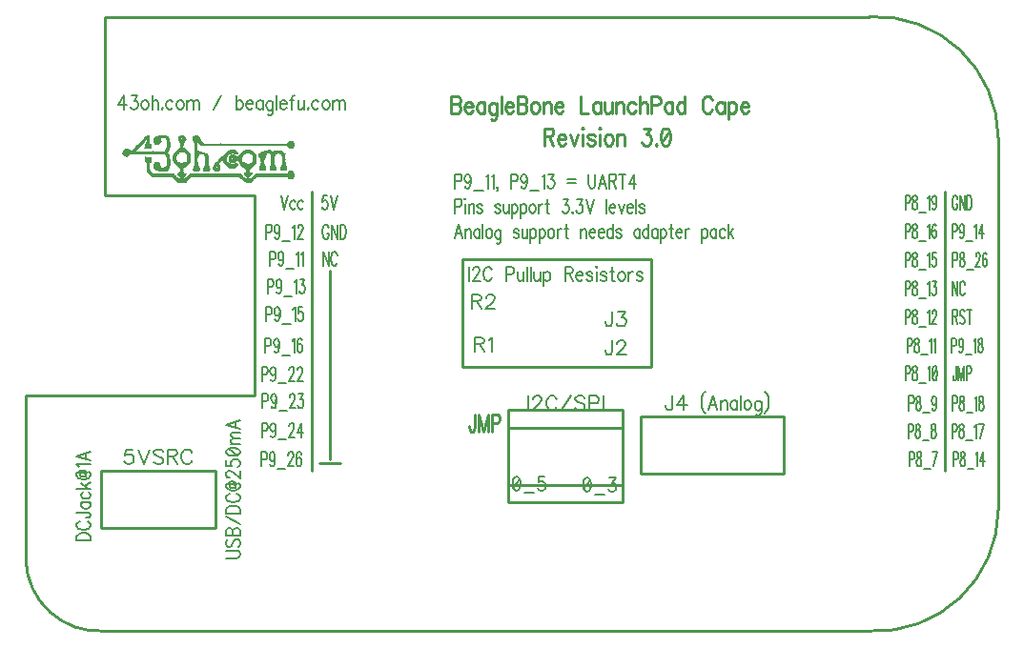
<source format=gto>
G04 DipTrace 2.3.1.0*
%INbbblp30.GTO*%
%MOMM*%
%ADD10C,0.25*%
%ADD12C,0.076*%
%ADD52C,0.196*%
%ADD53C,0.235*%
%FSLAX53Y53*%
G04*
G71*
G90*
G75*
G01*
%LNTopSilk*%
%LPD*%
X96360Y20801D2*
D10*
Y53796D1*
X84926Y10010D2*
G03X96360Y20801I576J10843D01*
G01*
X84926Y64587D2*
G02X96360Y53796I576J-10843D01*
G01*
X10000Y30953D2*
X30321D1*
Y48723D1*
X16987D1*
Y64587D1*
Y10010D2*
G02X10000Y16356I-447J6527D01*
G01*
Y30953D1*
X16987Y10010D2*
X84926D1*
Y64587D2*
X16987D1*
X16668Y24281D2*
X26828D1*
Y19201D1*
X16668D1*
Y24281D1*
X52862Y28091D2*
X63023D1*
Y23011D1*
X52862D1*
Y28091D1*
X64610Y29044D2*
X77310D1*
Y23964D1*
X64610D1*
Y29044D1*
X52863Y29679D2*
X63023D1*
Y21424D1*
X52863D1*
Y29679D1*
X48735Y43014D2*
X65562D1*
Y33489D1*
X48735D1*
Y43014D1*
X35400Y49047D2*
Y24281D1*
X36035Y24916D2*
X37940D1*
X36988Y42062D2*
Y25234D1*
X91598Y49047D2*
Y24281D1*
X20763Y54078D2*
D12*
X20915D1*
X21827D2*
X22435D1*
X23727D2*
X23955D1*
X25019D2*
X25247D1*
X20687Y54002D2*
X20915D1*
X21673D2*
X22511D1*
X23631D2*
X24016D1*
X24923D2*
X25308D1*
X20611Y53925D2*
X20915D1*
X21532D2*
X22584D1*
X23553D2*
X24064D1*
X24845D2*
X25355D1*
X20535Y53850D2*
X20915D1*
X21426D2*
X22647D1*
X23526D2*
X24101D1*
X24818D2*
X25391D1*
X20459Y53774D2*
X20915D1*
X21346D2*
X21906D1*
X22420D2*
X22692D1*
X23513D2*
X23741D1*
X23865D2*
X24140D1*
X24805D2*
X25033D1*
X25157D2*
X25424D1*
X20383Y53697D2*
X20915D1*
X21320D2*
X21918D1*
X22465D2*
X22718D1*
X23512D2*
X23768D1*
X23838D2*
X24183D1*
X24804D2*
X25060D1*
X25130D2*
X25462D1*
X20304Y53622D2*
X20611D1*
X20778D2*
X20915D1*
X21309D2*
X21559D1*
X21639D2*
X21944D1*
X22490D2*
X22730D1*
X23545D2*
X24133D1*
X24837D2*
X25508D1*
X20219Y53546D2*
X20535D1*
X20730D2*
X20915D1*
X21308D2*
X21979D1*
X22502D2*
X22736D1*
X23593D2*
X24083D1*
X24885D2*
X25566D1*
X33379D2*
X33683D1*
X20127Y53470D2*
X20459D1*
X20692D2*
X20915D1*
X21341D2*
X21916D1*
X22508D2*
X22738D1*
X23644D2*
X24034D1*
X24936D2*
X25633D1*
X33303D2*
X33744D1*
X20041Y53393D2*
X20386D1*
X20652D2*
X20915D1*
X21390D2*
X21839D1*
X22510D2*
X22739D1*
X23684D2*
X23996D1*
X24976D2*
X25171D1*
X25332D2*
X25705D1*
X27299D2*
D3*
X33227D2*
X33789D1*
X19970Y53318D2*
X20319D1*
X20609D2*
X21067D1*
X21447D2*
X21751D1*
X22511D2*
X22739D1*
X23707D2*
X23974D1*
X24999D2*
X25171D1*
X25415D2*
X33814D1*
X19907Y53242D2*
X20259D1*
X20574D2*
X21067D1*
X22511D2*
X22739D1*
X23719D2*
X23960D1*
X25011D2*
X25171D1*
X25488D2*
X33491D1*
X33571D2*
X33823D1*
X19841Y53166D2*
X20196D1*
X20553D2*
X21067D1*
X22511D2*
X22739D1*
X23723D2*
X23943D1*
X25016D2*
X25171D1*
X25551D2*
X33823D1*
X19771Y53090D2*
X20124D1*
X20543D2*
X21067D1*
X22508D2*
X22739D1*
X23719D2*
X23915D1*
X25018D2*
X25171D1*
X33227D2*
X33789D1*
X19700Y53014D2*
X20054D1*
X20538D2*
X21067D1*
X22495D2*
X22739D1*
X23705D2*
X23879D1*
X25019D2*
X25171D1*
X33303D2*
X33740D1*
X19637Y52938D2*
X19988D1*
X20535D2*
X21067D1*
X22467D2*
X22736D1*
X23630D2*
X23993D1*
X25019D2*
X25171D1*
X33379D2*
X33683D1*
X18787Y52862D2*
X19015D1*
X19581D2*
X19919D1*
X22430D2*
X22723D1*
X23531D2*
X24110D1*
X25019D2*
X25171D1*
X18705Y52786D2*
X19147D1*
X19522D2*
X19848D1*
X22397D2*
X22692D1*
X23433D2*
X24220D1*
X25019D2*
X25171D1*
X28135D2*
X28515D1*
X29503D2*
X29883D1*
X31631D2*
D3*
X32163D2*
D3*
X32543D2*
D3*
X18643Y52709D2*
X19330D1*
X19395D2*
X19774D1*
X21219D2*
D3*
X22375D2*
X22642D1*
X23348D2*
X24314D1*
X25019D2*
X25171D1*
X27998D2*
X28623D1*
X29366D2*
X30003D1*
X31290D2*
X31707D1*
X32097D2*
X32695D1*
X18601Y52634D2*
X22579D1*
X23273D2*
X24390D1*
X25019D2*
X25528D1*
X27880D2*
X28716D1*
X29248D2*
X30110D1*
X31021D2*
X31890D1*
X31952D2*
X32762D1*
X18574Y52558D2*
X18823D1*
X18903D2*
X22511D1*
X23207D2*
X23575D1*
X24107D2*
X24450D1*
X25019D2*
X25778D1*
X27789D2*
X28764D1*
X29157D2*
X30198D1*
X30840D2*
X32831D1*
X18575Y52482D2*
X22575D1*
X23153D2*
X23502D1*
X24180D2*
X24496D1*
X25019D2*
X25939D1*
X27722D2*
X28150D1*
X28515D2*
X28766D1*
X29090D2*
X29492D1*
X29892D2*
X30270D1*
X30714D2*
X31345D1*
X31628D2*
X32242D1*
X32543D2*
X32910D1*
X18602Y52405D2*
X19156D1*
X22283D2*
X22629D1*
X23109D2*
X23436D1*
X24243D2*
X24528D1*
X25019D2*
X25402D1*
X25712D2*
X26057D1*
X27668D2*
X28032D1*
X28667D2*
X28743D1*
X29039D2*
X29399D1*
X29977D2*
X30329D1*
X30677D2*
X31301D1*
X31691D2*
X32176D1*
X32616D2*
X32999D1*
X18669Y52329D2*
X19117D1*
X22356D2*
X22673D1*
X23077D2*
X23381D1*
X24288D2*
X24547D1*
X25019D2*
X25336D1*
X25794D2*
X26107D1*
X27614D2*
X27941D1*
X28211D2*
X28363D1*
X28994D2*
X29314D1*
X30051D2*
X30371D1*
X30654D2*
X30885D1*
X31009D2*
X31297D1*
X31736D2*
X32121D1*
X32679D2*
X32964D1*
X18760Y52254D2*
X19034D1*
X22419D2*
X22705D1*
X23059D2*
X23337D1*
X24314D2*
X24556D1*
X25019D2*
X25281D1*
X25858D2*
X26136D1*
X27535D2*
X27874D1*
X28115D2*
X28530D1*
X28943D2*
X29246D1*
X30108D2*
X30395D1*
X30663D2*
X30912D1*
X30982D2*
X31287D1*
X31762D2*
X32077D1*
X32724D2*
X32942D1*
X18863Y52178D2*
X18939D1*
X20611D2*
D3*
X21067D2*
D3*
X22464D2*
X22723D1*
X23050D2*
X23306D1*
X24326D2*
X24560D1*
X25019D2*
X25237D1*
X25905D2*
X26149D1*
X27423D2*
X27825D1*
X28037D2*
X28736D1*
X28817D2*
X29195D1*
X30147D2*
X30407D1*
X30691D2*
X31261D1*
X31774D2*
X32045D1*
X32750D2*
X32934D1*
X20576Y52102D2*
X21067D1*
X22490D2*
X22732D1*
X23046D2*
X23290D1*
X24332D2*
X24562D1*
X25019D2*
X25205D1*
X25919D2*
X26155D1*
X27307D2*
X27791D1*
X28009D2*
X29160D1*
X30169D2*
X30412D1*
X30737D2*
X31221D1*
X31780D2*
X32027D1*
X32762D2*
X32941D1*
X20554Y52026D2*
X21067D1*
X22502D2*
X22736D1*
X23044D2*
X23291D1*
X24333D2*
X24563D1*
X25019D2*
X25187D1*
X25926D2*
X26158D1*
X27213D2*
X27771D1*
X27994D2*
X28225D1*
X28349D2*
X29140D1*
X30180D2*
X30414D1*
X30788D2*
X31176D1*
X31782D2*
X32018D1*
X32768D2*
X32965D1*
X20547Y51950D2*
X21067D1*
X22508D2*
X22738D1*
X23046D2*
X23308D1*
X24331D2*
X24563D1*
X25019D2*
X25178D1*
X25929D2*
X26159D1*
X27137D2*
X27765D1*
X27991D2*
X28252D1*
X28322D2*
X29133D1*
X30184D2*
X30415D1*
X30828D2*
X31139D1*
X31783D2*
X32014D1*
X32770D2*
X32999D1*
X20549Y51873D2*
X21067D1*
X22510D2*
X22739D1*
X23056D2*
X23338D1*
X24319D2*
X24560D1*
X25019D2*
X25177D1*
X25930D2*
X26159D1*
X27065D2*
X27771D1*
X28000D2*
X29141D1*
X30183D2*
X30415D1*
X30851D2*
X31118D1*
X31783D2*
X32012D1*
X32771D2*
X32968D1*
X20590Y51798D2*
X21067D1*
X22511D2*
X22739D1*
X23077D2*
X23383D1*
X24294D2*
X24550D1*
X25019D2*
X25187D1*
X25931D2*
X26159D1*
X26995D2*
X27299D1*
X27539D2*
X27790D1*
X28030D2*
X28591D1*
X28880D2*
X29168D1*
X30171D2*
X30415D1*
X30863D2*
X31107D1*
X31783D2*
X32011D1*
X32771D2*
X32971D1*
X20647Y51721D2*
X21067D1*
X22511D2*
X22739D1*
X23109D2*
X23441D1*
X24227D2*
X24529D1*
X25019D2*
X25212D1*
X25931D2*
X26159D1*
X26927D2*
X27223D1*
X27561D2*
X27824D1*
X28078D2*
X28515D1*
X28927D2*
X29213D1*
X30147D2*
X30412D1*
X30867D2*
X31102D1*
X31783D2*
X32011D1*
X32771D2*
X32981D1*
X20699Y51646D2*
X20915D1*
X21447D2*
X21751D1*
X22511D2*
X22739D1*
X23153D2*
X23577D1*
X24058D2*
X24497D1*
X25018D2*
X25247D1*
X25930D2*
X26159D1*
X26861D2*
X27147D1*
X27593D2*
X27869D1*
X28135D2*
X28439D1*
X28963D2*
X29269D1*
X30088D2*
X30399D1*
X30867D2*
X31103D1*
X31782D2*
X32012D1*
X32770D2*
X32990D1*
X20733Y51570D2*
X20915D1*
X21386D2*
X21812D1*
X22511D2*
X22739D1*
X23211D2*
X23781D1*
X23805D2*
X24452D1*
X25013D2*
X25210D1*
X25925D2*
X26162D1*
X26790D2*
X27071D1*
X27637D2*
X28023D1*
X28667D2*
X28743D1*
X28996D2*
X29435D1*
X29941D2*
X30368D1*
X30855D2*
X31115D1*
X31777D2*
X32017D1*
X32765D2*
X33001D1*
X20750Y51494D2*
X20915D1*
X21341D2*
X21857D1*
X22508D2*
X22739D1*
X23281D2*
X24392D1*
X25001D2*
X25206D1*
X25913D2*
X26175D1*
X26720D2*
X27132D1*
X27695D2*
X28274D1*
X28342D2*
X28773D1*
X29034D2*
X29703D1*
X29711D2*
X30318D1*
X30827D2*
X31143D1*
X31765D2*
X32029D1*
X32753D2*
X33023D1*
X20758Y51417D2*
X20915D1*
X21316D2*
X21882D1*
X22497D2*
X22739D1*
X23365D2*
X24310D1*
X24959D2*
X25250D1*
X25871D2*
X26203D1*
X26669D2*
X27177D1*
X27765D2*
X28763D1*
X29084D2*
X30254D1*
X30790D2*
X31180D1*
X31723D2*
X32071D1*
X32708D2*
X33060D1*
X20761Y51341D2*
X20915D1*
X21307D2*
X21559D1*
X21639D2*
X21894D1*
X22475D2*
X22736D1*
X23464D2*
X24203D1*
X24918D2*
X25305D1*
X25830D2*
X26240D1*
X26639D2*
X27202D1*
X27848D2*
X28702D1*
X29157D2*
X30178D1*
X30757D2*
X31213D1*
X31683D2*
X32111D1*
X32658D2*
X33099D1*
X20762Y51266D2*
X20915D1*
X21307D2*
X21900D1*
X22398D2*
X22723D1*
X23565D2*
X24083D1*
X24889D2*
X25349D1*
X25801D2*
X26273D1*
X26625D2*
X26857D1*
X26981D2*
X27214D1*
X27949D2*
X28616D1*
X29258D2*
X30088D1*
X30737D2*
X31233D1*
X31656D2*
X32138D1*
X32616D2*
X33126D1*
X20763Y51190D2*
X20915D1*
X21339D2*
X21903D1*
X22207D2*
X22693D1*
X23654D2*
X23974D1*
X24863D2*
X25376D1*
X25775D2*
X26293D1*
X26622D2*
X26884D1*
X26954D2*
X27216D1*
X28059D2*
X28515D1*
X29374D2*
X29989D1*
X30730D2*
X31244D1*
X31642D2*
X32152D1*
X32584D2*
X33137D1*
X20763Y51114D2*
X20918D1*
X21427D2*
X22645D1*
X23691D2*
X23879D1*
X24830D2*
X25386D1*
X25742D2*
X26300D1*
X26632D2*
X27206D1*
X29482D2*
X29905D1*
X30737D2*
X31248D1*
X31635D2*
X32159D1*
X32589D2*
X33138D1*
X20763Y51038D2*
X20931D1*
X21550D2*
X22593D1*
X23711D2*
X23955D1*
X24791D2*
X25387D1*
X25703D2*
X26293D1*
X26662D2*
X27176D1*
X29539D2*
X29843D1*
X30761D2*
X31250D1*
X31633D2*
X32161D1*
X32603D2*
X33110D1*
X20763Y50962D2*
X20962D1*
X21689D2*
X22549D1*
X23717D2*
X23879D1*
X24831D2*
X25358D1*
X25743D2*
X26269D1*
X26710D2*
X27128D1*
X29560D2*
X29824D1*
X30795D2*
X31251D1*
X31631D2*
X32163D1*
X32619D2*
X33075D1*
X20767Y50886D2*
X21012D1*
X21827D2*
X22511D1*
X23713D2*
X23914D1*
X24867D2*
X25323D1*
X25779D2*
X26235D1*
X26767D2*
X27071D1*
X29571D2*
X29814D1*
X33379D2*
X33607D1*
X20775Y50810D2*
X21076D1*
X23667D2*
X23936D1*
X29576D2*
X29810D1*
X33308D2*
X33680D1*
X20821Y50733D2*
X21146D1*
X23554D2*
X23948D1*
X29351D2*
X30035D1*
X33261D2*
X33743D1*
X20891Y50658D2*
X23119D1*
X23423D2*
X24183D1*
X24563D2*
X29047D1*
X29369D2*
X30020D1*
X30415D2*
X33788D1*
X20974Y50582D2*
X23119D1*
X23473D2*
X24164D1*
X24487D2*
X29111D1*
X29400D2*
X29994D1*
X30316D2*
X33818D1*
X21059Y50506D2*
X23271D1*
X23527D2*
X24107D1*
X24411D2*
X29178D1*
X29477D2*
X29925D1*
X30227D2*
X33415D1*
X33495D2*
X33819D1*
X21143Y50429D2*
X23314D1*
X23598D2*
X24027D1*
X24333D2*
X29241D1*
X29565D2*
X29835D1*
X30153D2*
X33787D1*
X23061Y50353D2*
X23370D1*
X23701D2*
X23914D1*
X24237D2*
X24544D1*
X28971D2*
X29317D1*
X29655D2*
X29731D1*
X30072D2*
X30415D1*
X33247D2*
X33737D1*
X23092Y50278D2*
X23531D1*
X23852D2*
X23758D1*
X24078D2*
X24488D1*
X29047D2*
X29452D1*
X29935D2*
X30339D1*
X33306D2*
X33675D1*
X23165Y50202D2*
X23787D1*
X23821D2*
X24419D1*
X29124D2*
X29677D1*
X29709D2*
X30263D1*
X33379D2*
X33607D1*
X23241Y50126D2*
X24352D1*
X29209D2*
X30187D1*
X23306Y50050D2*
X24293D1*
X29320D2*
X30111D1*
X23365Y49974D2*
X24238D1*
X29474D2*
X30035D1*
X23423Y49898D2*
X24183D1*
X29655D2*
X29959D1*
X20763Y54078D2*
X20687Y54002D1*
X20611Y53925D1*
X20535Y53850D1*
X20459Y53774D1*
X20383Y53697D1*
X20304Y53622D1*
X20219Y53546D1*
X20127Y53470D1*
X20041Y53393D1*
X19970Y53318D1*
X19907Y53242D1*
X19841Y53166D1*
X19771Y53090D1*
X19700Y53014D1*
X19637Y52938D1*
X19581Y52862D1*
X19522Y52786D1*
X19395Y52709D1*
X19243Y52633D1*
X20915Y54078D2*
Y54002D1*
Y53925D1*
Y53850D1*
Y53774D1*
Y53697D1*
Y53622D1*
Y53546D1*
Y53470D1*
Y53393D1*
Y53318D1*
X21067D1*
Y53242D1*
Y53166D1*
Y53090D1*
Y53014D1*
Y52938D1*
X21827Y54078D2*
X21673Y54002D1*
X21532Y53925D1*
X21426Y53850D1*
X21346Y53774D1*
X21320Y53697D1*
X21309Y53622D1*
X21308Y53546D1*
X21341Y53470D1*
X21390Y53393D1*
X21447Y53318D1*
X22435Y54078D2*
X22511Y54002D1*
X22584Y53925D1*
X22647Y53850D1*
X22692Y53774D1*
X22718Y53697D1*
X22730Y53622D1*
X22736Y53546D1*
X22738Y53470D1*
X22739Y53393D1*
Y53318D1*
Y53242D1*
Y53166D1*
Y53090D1*
Y53014D1*
X22736Y52938D1*
X22723Y52862D1*
X22692Y52786D1*
X22642Y52709D1*
X22579Y52634D1*
X22511Y52558D1*
X22575Y52482D1*
X22629Y52405D1*
X22673Y52329D1*
X22705Y52254D1*
X22723Y52178D1*
X22732Y52102D1*
X22736Y52026D1*
X22738Y51950D1*
X22739Y51873D1*
Y51798D1*
Y51721D1*
Y51646D1*
Y51570D1*
Y51494D1*
Y51417D1*
X22736Y51341D1*
X22723Y51266D1*
X22693Y51190D1*
X22645Y51114D1*
X22593Y51038D1*
X22549Y50962D1*
X22511Y50886D1*
X23727Y54078D2*
X23631Y54002D1*
X23553Y53925D1*
X23526Y53850D1*
X23513Y53774D1*
X23512Y53697D1*
X23545Y53622D1*
X23593Y53546D1*
X23644Y53470D1*
X23684Y53393D1*
X23707Y53318D1*
X23719Y53242D1*
X23723Y53166D1*
X23719Y53090D1*
X23705Y53014D1*
X23630Y52938D1*
X23531Y52862D1*
X23433Y52786D1*
X23348Y52709D1*
X23273Y52634D1*
X23207Y52558D1*
X23153Y52482D1*
X23109Y52405D1*
X23077Y52329D1*
X23059Y52254D1*
X23050Y52178D1*
X23046Y52102D1*
X23044Y52026D1*
X23046Y51950D1*
X23056Y51873D1*
X23077Y51798D1*
X23109Y51721D1*
X23153Y51646D1*
X23211Y51570D1*
X23281Y51494D1*
X23365Y51417D1*
X23464Y51341D1*
X23565Y51266D1*
X23654Y51190D1*
X23691Y51114D1*
X23711Y51038D1*
X23717Y50962D1*
X23713Y50886D1*
X23667Y50810D1*
X23554Y50733D1*
X23423Y50658D1*
X23473Y50582D1*
X23527Y50506D1*
X23598Y50429D1*
X23701Y50353D1*
X23852Y50278D1*
X24031Y50202D1*
X23955Y54078D2*
X24016Y54002D1*
X24064Y53925D1*
X24101Y53850D1*
X24140Y53774D1*
X24183Y53697D1*
X24133Y53622D1*
X24083Y53546D1*
X24034Y53470D1*
X23996Y53393D1*
X23974Y53318D1*
X23960Y53242D1*
X23943Y53166D1*
X23915Y53090D1*
X23879Y53014D1*
X23993Y52938D1*
X24110Y52862D1*
X24220Y52786D1*
X24314Y52709D1*
X24390Y52634D1*
X24450Y52558D1*
X24496Y52482D1*
X24528Y52405D1*
X24547Y52329D1*
X24556Y52254D1*
X24560Y52178D1*
X24562Y52102D1*
X24563Y52026D1*
Y51950D1*
X24560Y51873D1*
X24550Y51798D1*
X24529Y51721D1*
X24497Y51646D1*
X24452Y51570D1*
X24392Y51494D1*
X24310Y51417D1*
X24203Y51341D1*
X24083Y51266D1*
X23974Y51190D1*
X23879Y51114D1*
X23955Y51038D1*
X23879Y50962D1*
X23914Y50886D1*
X23936Y50810D1*
X23948Y50733D1*
X23955Y50658D1*
X24183D1*
X24164Y50582D1*
X24107Y50506D1*
X24027Y50429D1*
X23914Y50353D1*
X23758Y50278D1*
X23575Y50202D1*
X25019Y54078D2*
X24923Y54002D1*
X24845Y53925D1*
X24818Y53850D1*
X24805Y53774D1*
X24804Y53697D1*
X24837Y53622D1*
X24885Y53546D1*
X24936Y53470D1*
X24976Y53393D1*
X24999Y53318D1*
X25011Y53242D1*
X25016Y53166D1*
X25018Y53090D1*
X25019Y53014D1*
Y52938D1*
Y52862D1*
Y52786D1*
Y52709D1*
Y52634D1*
Y52558D1*
Y52482D1*
Y52405D1*
Y52329D1*
Y52254D1*
Y52178D1*
Y52102D1*
Y52026D1*
Y51950D1*
Y51873D1*
Y51798D1*
Y51721D1*
X25018Y51646D1*
X25013Y51570D1*
X25001Y51494D1*
X24959Y51417D1*
X24918Y51341D1*
X24889Y51266D1*
X24863Y51190D1*
X24830Y51114D1*
X24791Y51038D1*
X24831Y50962D1*
X24867Y50886D1*
X25247Y54078D2*
X25308Y54002D1*
X25355Y53925D1*
X25391Y53850D1*
X25424Y53774D1*
X25462Y53697D1*
X25508Y53622D1*
X25566Y53546D1*
X25633Y53470D1*
X25705Y53393D1*
X25779Y53317D1*
X21903Y53850D2*
X21906Y53774D1*
X21918Y53697D1*
X21944Y53622D1*
X21979Y53546D1*
X21916Y53470D1*
X21839Y53393D1*
X21751Y53318D1*
X22359Y53850D2*
X22420Y53774D1*
X22465Y53697D1*
X22490Y53622D1*
X22502Y53546D1*
X22508Y53470D1*
X22510Y53393D1*
X22511Y53318D1*
Y53242D1*
Y53166D1*
X22508Y53090D1*
X22495Y53014D1*
X22467Y52938D1*
X22430Y52862D1*
X22397Y52786D1*
X22375Y52709D1*
X22359Y52633D1*
X23727Y53850D2*
X23741Y53774D1*
X23768Y53697D1*
X23803Y53621D1*
X23879Y53850D2*
X23865Y53774D1*
X23838Y53697D1*
X23803Y53621D1*
X25019Y53850D2*
X25033Y53774D1*
X25060Y53697D1*
X25095Y53621D1*
X25171Y53850D2*
X25157Y53774D1*
X25130Y53697D1*
X25095Y53621D1*
X20687Y53698D2*
X20611Y53622D1*
X20535Y53546D1*
X20459Y53470D1*
X20386Y53393D1*
X20319Y53318D1*
X20259Y53242D1*
X20196Y53166D1*
X20124Y53090D1*
X20054Y53014D1*
X19988Y52938D1*
X19919Y52862D1*
X19848Y52786D1*
X19774Y52709D1*
X19699Y52633D1*
X20839Y53698D2*
X20778Y53622D1*
X20730Y53546D1*
X20692Y53470D1*
X20652Y53393D1*
X20609Y53318D1*
X20574Y53242D1*
X20553Y53166D1*
X20543Y53090D1*
X20538Y53014D1*
X20535Y52938D1*
X21599Y53698D2*
X21559Y53622D1*
X21523Y53546D1*
X21599Y53698D2*
X21639Y53622D1*
X21675Y53546D1*
X33379D2*
X33303Y53470D1*
X33227Y53393D1*
X33151Y53317D1*
X33683Y53546D2*
X33744Y53470D1*
X33789Y53393D1*
X33814Y53318D1*
X33823Y53242D1*
Y53166D1*
X33789Y53090D1*
X33740Y53014D1*
X33683Y52938D1*
X25171Y53469D2*
Y53393D1*
Y53318D1*
Y53242D1*
Y53166D1*
Y53090D1*
Y53014D1*
Y52938D1*
Y52862D1*
Y52786D1*
Y52709D1*
X25528Y52634D1*
X25778Y52558D1*
X25939Y52482D1*
X26057Y52405D1*
X26107Y52329D1*
X26136Y52254D1*
X26149Y52178D1*
X26155Y52102D1*
X26158Y52026D1*
X26159Y51950D1*
Y51873D1*
Y51798D1*
Y51721D1*
Y51646D1*
X26162Y51570D1*
X26175Y51494D1*
X26203Y51417D1*
X26240Y51341D1*
X26273Y51266D1*
X26293Y51190D1*
X26300Y51114D1*
X26293Y51038D1*
X26269Y50962D1*
X26235Y50886D1*
X25247Y53469D2*
X25332Y53393D1*
X25415Y53318D1*
X25488Y53242D1*
X25551Y53166D1*
X27299Y53393D2*
Y53317D1*
X33531Y53318D2*
X33491Y53242D1*
X33455Y53166D1*
X33531Y53318D2*
X33571Y53242D1*
X33607Y53166D1*
X33151D2*
X33227Y53090D1*
X33303Y53014D1*
X33379Y52938D1*
X18787Y52862D2*
X18705Y52786D1*
X18643Y52709D1*
X18601Y52634D1*
X18574Y52558D1*
X18575Y52482D1*
X18602Y52405D1*
X18669Y52329D1*
X18760Y52254D1*
X18863Y52178D1*
X19015Y52862D2*
X19147Y52786D1*
X19330Y52709D1*
X19547Y52633D1*
X28135Y52786D2*
X27998Y52709D1*
X27880Y52634D1*
X27789Y52558D1*
X27722Y52482D1*
X27668Y52405D1*
X27614Y52329D1*
X27535Y52254D1*
X27423Y52178D1*
X27307Y52102D1*
X27213Y52026D1*
X27137Y51950D1*
X27065Y51873D1*
X26995Y51798D1*
X26927Y51721D1*
X26861Y51646D1*
X26790Y51570D1*
X26720Y51494D1*
X26669Y51417D1*
X26639Y51341D1*
X26625Y51266D1*
X26622Y51190D1*
X26632Y51114D1*
X26662Y51038D1*
X26710Y50962D1*
X26767Y50886D1*
X28515Y52786D2*
X28623Y52709D1*
X28716Y52634D1*
X28764Y52558D1*
X28766Y52482D1*
X28743Y52405D1*
X29503Y52786D2*
X29366Y52709D1*
X29248Y52634D1*
X29157Y52558D1*
X29090Y52482D1*
X29039Y52405D1*
X28994Y52329D1*
X28943Y52254D1*
X28817Y52178D1*
X28667Y52102D1*
X29883Y52786D2*
X30003Y52709D1*
X30110Y52634D1*
X30198Y52558D1*
X30270Y52482D1*
X30329Y52405D1*
X30371Y52329D1*
X30395Y52254D1*
X30407Y52178D1*
X30412Y52102D1*
X30414Y52026D1*
X30415Y51950D1*
Y51873D1*
Y51798D1*
X30412Y51721D1*
X30399Y51646D1*
X30368Y51570D1*
X30318Y51494D1*
X30254Y51417D1*
X30178Y51341D1*
X30088Y51266D1*
X29989Y51190D1*
X29905Y51114D1*
X29843Y51038D1*
X29824Y50962D1*
X29814Y50886D1*
X29810Y50810D1*
X29807Y50733D1*
X30035D1*
X30020Y50658D1*
X29994Y50582D1*
X29925Y50506D1*
X29835Y50429D1*
X29731Y50353D1*
X31631Y52786D2*
X31290Y52709D1*
X31021Y52634D1*
X30840Y52558D1*
X30714Y52482D1*
X30677Y52405D1*
X30654Y52329D1*
X30663Y52254D1*
X30691Y52178D1*
X30737Y52102D1*
X30788Y52026D1*
X30828Y51950D1*
X30851Y51873D1*
X30863Y51798D1*
X30867Y51721D1*
Y51646D1*
X30855Y51570D1*
X30827Y51494D1*
X30790Y51417D1*
X30757Y51341D1*
X30737Y51266D1*
X30730Y51190D1*
X30737Y51114D1*
X30761Y51038D1*
X30795Y50962D1*
X32163Y52786D2*
X32097Y52709D1*
X31952Y52634D1*
X31783Y52558D1*
X32543Y52786D2*
X32467Y52709D1*
X21219D2*
Y52634D1*
X31707Y52709D2*
X31890Y52634D1*
X32087Y52558D1*
X32695Y52709D2*
X32762Y52634D1*
X32831Y52558D1*
X32910Y52482D1*
X32999Y52405D1*
X32964Y52329D1*
X32942Y52254D1*
X32934Y52178D1*
X32941Y52102D1*
X32965Y52026D1*
X32999Y51950D1*
X32968Y51873D1*
X32971Y51798D1*
X32981Y51721D1*
X32990Y51646D1*
X33001Y51570D1*
X33023Y51494D1*
X33060Y51417D1*
X33099Y51341D1*
X33126Y51266D1*
X33137Y51190D1*
X33138Y51114D1*
X33110Y51038D1*
X33075Y50962D1*
X18863Y52634D2*
X18823Y52558D1*
X18787Y52482D1*
X18863Y52634D2*
X18903Y52558D1*
X18939Y52482D1*
X23651Y52634D2*
X23575Y52558D1*
X23502Y52482D1*
X23436Y52405D1*
X23381Y52329D1*
X23337Y52254D1*
X23306Y52178D1*
X23290Y52102D1*
X23291Y52026D1*
X23308Y51950D1*
X23338Y51873D1*
X23383Y51798D1*
X23441Y51721D1*
X23577Y51646D1*
X23781Y51570D1*
X24031Y51494D1*
Y52634D2*
X24107Y52558D1*
X24180Y52482D1*
X24243Y52405D1*
X24288Y52329D1*
X24314Y52254D1*
X24326Y52178D1*
X24332Y52102D1*
X24333Y52026D1*
X24331Y51950D1*
X24319Y51873D1*
X24294Y51798D1*
X24227Y51721D1*
X24058Y51646D1*
X23805Y51570D1*
X23499Y51494D1*
X28287Y52558D2*
X28150Y52482D1*
X28032Y52405D1*
X27941Y52329D1*
X27874Y52254D1*
X27825Y52178D1*
X27791Y52102D1*
X27771Y52026D1*
X27765Y51950D1*
X27771Y51873D1*
X27790Y51798D1*
X27824Y51721D1*
X27869Y51646D1*
X28023Y51570D1*
X28274Y51494D1*
X28591Y51417D1*
X28363Y52558D2*
X28515Y52482D1*
X28667Y52405D1*
X29579Y52558D2*
X29492Y52482D1*
X29399Y52405D1*
X29314Y52329D1*
X29246Y52254D1*
X29195Y52178D1*
X29160Y52102D1*
X29140Y52026D1*
X29133Y51950D1*
X29141Y51873D1*
X29168Y51798D1*
X29213Y51721D1*
X29269Y51646D1*
X29435Y51570D1*
X29703Y51494D1*
X30035Y51417D1*
X29807Y52558D2*
X29892Y52482D1*
X29977Y52405D1*
X30051Y52329D1*
X30108Y52254D1*
X30147Y52178D1*
X30169Y52102D1*
X30180Y52026D1*
X30184Y51950D1*
X30183Y51873D1*
X30171Y51798D1*
X30147Y51721D1*
X30088Y51646D1*
X29941Y51570D1*
X29711Y51494D1*
X29427Y51417D1*
X31403Y52558D2*
X31345Y52482D1*
X31301Y52405D1*
X31297Y52329D1*
X31287Y52254D1*
X31261Y52178D1*
X31221Y52102D1*
X31176Y52026D1*
X31139Y51950D1*
X31118Y51873D1*
X31107Y51798D1*
X31102Y51721D1*
X31103Y51646D1*
X31115Y51570D1*
X31143Y51494D1*
X31180Y51417D1*
X31213Y51341D1*
X31233Y51266D1*
X31244Y51190D1*
X31248Y51114D1*
X31250Y51038D1*
X31251Y50962D1*
X31555Y52558D2*
X31628Y52482D1*
X31691Y52405D1*
X31736Y52329D1*
X31762Y52254D1*
X31774Y52178D1*
X31780Y52102D1*
X31782Y52026D1*
X31783Y51950D1*
Y51873D1*
Y51798D1*
Y51721D1*
X31782Y51646D1*
X31777Y51570D1*
X31765Y51494D1*
X31723Y51417D1*
X31683Y51341D1*
X31656Y51266D1*
X31642Y51190D1*
X31635Y51114D1*
X31633Y51038D1*
X31631Y50962D1*
X32315Y52558D2*
X32242Y52482D1*
X32176Y52405D1*
X32121Y52329D1*
X32077Y52254D1*
X32045Y52178D1*
X32027Y52102D1*
X32018Y52026D1*
X32014Y51950D1*
X32012Y51873D1*
X32011Y51798D1*
Y51721D1*
X32012Y51646D1*
X32017Y51570D1*
X32029Y51494D1*
X32071Y51417D1*
X32111Y51341D1*
X32138Y51266D1*
X32152Y51190D1*
X32159Y51114D1*
X32161Y51038D1*
X32163Y50962D1*
X32467Y52558D2*
X32543Y52482D1*
X32616Y52405D1*
X32679Y52329D1*
X32724Y52254D1*
X32750Y52178D1*
X32762Y52102D1*
X32768Y52026D1*
X32770Y51950D1*
X32771Y51873D1*
Y51798D1*
Y51721D1*
X32770Y51646D1*
X32765Y51570D1*
X32753Y51494D1*
X32708Y51417D1*
X32658Y51341D1*
X32616Y51266D1*
X32584Y51190D1*
X32589Y51114D1*
X32603Y51038D1*
X32619Y50962D1*
X19167Y52482D2*
X19156Y52405D1*
X19117Y52329D1*
X19034Y52254D1*
X18939Y52178D1*
X22207Y52482D2*
X22283Y52405D1*
X22356Y52329D1*
X22419Y52254D1*
X22464Y52178D1*
X22490Y52102D1*
X22502Y52026D1*
X22508Y51950D1*
X22510Y51873D1*
X22511Y51798D1*
Y51721D1*
Y51646D1*
Y51570D1*
X22508Y51494D1*
X22497Y51417D1*
X22475Y51341D1*
X22398Y51266D1*
X22207Y51190D1*
X21979Y51113D1*
X25475Y52482D2*
X25402Y52405D1*
X25336Y52329D1*
X25281Y52254D1*
X25237Y52178D1*
X25205Y52102D1*
X25187Y52026D1*
X25178Y51950D1*
X25177Y51873D1*
X25187Y51798D1*
X25212Y51721D1*
X25247Y51646D1*
X25210Y51570D1*
X25206Y51494D1*
X25250Y51417D1*
X25305Y51341D1*
X25349Y51266D1*
X25376Y51190D1*
X25386Y51114D1*
X25387Y51038D1*
X25358Y50962D1*
X25323Y50886D1*
X25627Y52482D2*
X25712Y52405D1*
X25794Y52329D1*
X25858Y52254D1*
X25905Y52178D1*
X25919Y52102D1*
X25926Y52026D1*
X25929Y51950D1*
X25930Y51873D1*
X25931Y51798D1*
Y51721D1*
X25930Y51646D1*
X25925Y51570D1*
X25913Y51494D1*
X25871Y51417D1*
X25830Y51341D1*
X25801Y51266D1*
X25775Y51190D1*
X25742Y51114D1*
X25703Y51038D1*
X25743Y50962D1*
X25779Y50886D1*
X28211Y52329D2*
X28115Y52254D1*
X28037Y52178D1*
X28009Y52102D1*
X27994Y52026D1*
X27991Y51950D1*
X28000Y51873D1*
X28030Y51798D1*
X28078Y51721D1*
X28135Y51646D1*
X28363Y52329D2*
X28530Y52254D1*
X28736Y52178D1*
X28971Y52102D1*
X30871Y52405D2*
X30885Y52329D1*
X30912Y52254D1*
X30947Y52178D1*
X31023Y52405D2*
X31009Y52329D1*
X30982Y52254D1*
X30947Y52178D1*
X20611D2*
X20576Y52102D1*
X20554Y52026D1*
X20547Y51950D1*
X20549Y51873D1*
X20590Y51798D1*
X20647Y51721D1*
X20699Y51646D1*
X20733Y51570D1*
X20750Y51494D1*
X20758Y51417D1*
X20761Y51341D1*
X20762Y51266D1*
X20763Y51190D1*
Y51114D1*
Y51038D1*
Y50962D1*
X20767Y50886D1*
X20775Y50810D1*
X20821Y50733D1*
X20891Y50658D1*
X20974Y50582D1*
X21059Y50506D1*
X21143Y50429D1*
X21067Y52178D2*
X20991Y52102D1*
X21067D2*
Y52026D1*
Y51950D1*
Y51873D1*
Y51798D1*
Y51721D1*
Y51646D1*
X20915D1*
Y51570D1*
Y51494D1*
Y51417D1*
Y51341D1*
Y51266D1*
Y51190D1*
X20918Y51114D1*
X20931Y51038D1*
X20962Y50962D1*
X21012Y50886D1*
X21076Y50810D1*
X21146Y50733D1*
X21219Y50657D1*
X28211Y52102D2*
X28225Y52026D1*
X28252Y51950D1*
X28287Y51873D1*
X28363Y52102D2*
X28349Y52026D1*
X28322Y51950D1*
X28287Y51873D1*
X27375Y51874D2*
X27299Y51798D1*
X27223Y51721D1*
X27147Y51646D1*
X27071Y51570D1*
X27132Y51494D1*
X27177Y51417D1*
X27202Y51341D1*
X27214Y51266D1*
X27216Y51190D1*
X27206Y51114D1*
X27176Y51038D1*
X27128Y50962D1*
X27071Y50886D1*
X27527Y51874D2*
X27539Y51798D1*
X27561Y51721D1*
X27593Y51646D1*
X27637Y51570D1*
X27695Y51494D1*
X27765Y51417D1*
X27848Y51341D1*
X27949Y51266D1*
X28059Y51190D1*
X28667Y51874D2*
X28591Y51798D1*
X28515Y51721D1*
X28439Y51646D1*
X28819Y51874D2*
X28880Y51798D1*
X28927Y51721D1*
X28963Y51646D1*
X28996Y51570D1*
X29034Y51494D1*
X29084Y51417D1*
X29157Y51341D1*
X29258Y51266D1*
X29374Y51190D1*
X29482Y51114D1*
X29539Y51038D1*
X29560Y50962D1*
X29571Y50886D1*
X29576Y50810D1*
X29579Y50733D1*
X29351D1*
X29369Y50658D1*
X29400Y50582D1*
X29477Y50506D1*
X29565Y50429D1*
X29655Y50353D1*
X21447Y51646D2*
X21386Y51570D1*
X21341Y51494D1*
X21316Y51417D1*
X21307Y51341D1*
Y51266D1*
X21339Y51190D1*
X21427Y51114D1*
X21550Y51038D1*
X21689Y50962D1*
X21827Y50886D1*
X21751Y51646D2*
X21812Y51570D1*
X21857Y51494D1*
X21882Y51417D1*
X21894Y51341D1*
X21900Y51266D1*
X21903Y51190D1*
X22359Y51113D1*
X28667Y51570D2*
X28342Y51494D1*
X27983Y51417D1*
X28743Y51570D2*
X28773Y51494D1*
X28763Y51417D1*
X28702Y51341D1*
X28616Y51266D1*
X28515Y51190D1*
X21599Y51417D2*
X21559Y51341D1*
X21523Y51266D1*
X21599Y51417D2*
X21639Y51341D1*
X21675Y51266D1*
X26843Y51342D2*
X26857Y51266D1*
X26884Y51190D1*
X26919Y51113D1*
X26995Y51342D2*
X26981Y51266D1*
X26954Y51190D1*
X26919Y51113D1*
X33379Y50886D2*
X33308Y50810D1*
X33261Y50733D1*
X33227Y50657D1*
X33607Y50886D2*
X33680Y50810D1*
X33743Y50733D1*
X33788Y50658D1*
X33818Y50582D1*
X33819Y50506D1*
X33787Y50429D1*
X33737Y50353D1*
X33675Y50278D1*
X33607Y50202D1*
X23119Y50658D2*
Y50582D1*
Y50506D1*
X23271D1*
X23314Y50429D1*
X23370Y50353D1*
X23531Y50278D1*
X23787Y50202D1*
X24107Y50125D1*
X24563Y50658D2*
X24487Y50582D1*
X24411Y50506D1*
X24333Y50429D1*
X24237Y50353D1*
X24078Y50278D1*
X23821Y50202D1*
X23499Y50125D1*
X29047Y50658D2*
X29111Y50582D1*
X29178Y50506D1*
X29241Y50429D1*
X29317Y50353D1*
X29452Y50278D1*
X29677Y50202D1*
X29959Y50125D1*
X30415Y50658D2*
X30316Y50582D1*
X30227Y50506D1*
X30153Y50429D1*
X30072Y50353D1*
X29935Y50278D1*
X29709Y50202D1*
X29427Y50125D1*
X33455Y50582D2*
X33415Y50506D1*
X33379Y50429D1*
X33455Y50582D2*
X33495Y50506D1*
X33531Y50429D1*
X23043D2*
X23061Y50353D1*
X23092Y50278D1*
X23165Y50202D1*
X23241Y50126D1*
X23306Y50050D1*
X23365Y49974D1*
X23423Y49898D1*
X24563Y50429D2*
X24544Y50353D1*
X24488Y50278D1*
X24419Y50202D1*
X24352Y50126D1*
X24293Y50050D1*
X24238Y49974D1*
X24183Y49898D1*
X28895Y50429D2*
X28971Y50353D1*
X29047Y50278D1*
X29124Y50202D1*
X29209Y50126D1*
X29320Y50050D1*
X29474Y49974D1*
X29655Y49898D1*
X30491Y50429D2*
X30415Y50353D1*
X30339Y50278D1*
X30263Y50202D1*
X30187Y50126D1*
X30111Y50050D1*
X30035Y49974D1*
X29959Y49898D1*
X33227Y50429D2*
X33247Y50353D1*
X33306Y50278D1*
X33379Y50202D1*
X19474Y26140D2*
D52*
X18868D1*
X18808Y25594D1*
X18868Y25654D1*
X19050Y25716D1*
X19232D1*
X19414Y25654D1*
X19536Y25534D1*
X19597Y25351D1*
Y25230D1*
X19536Y25048D1*
X19414Y24926D1*
X19232Y24865D1*
X19050D1*
X18868Y24926D1*
X18808Y24987D1*
X18746Y25108D1*
X19989Y26141D2*
X20474Y24865D1*
X20960Y26141D1*
X22203Y25959D2*
X22082Y26081D1*
X21900Y26141D1*
X21657D1*
X21474Y26081D1*
X21352Y25959D1*
Y25838D1*
X21414Y25716D1*
X21474Y25656D1*
X21595Y25595D1*
X21960Y25473D1*
X22082Y25413D1*
X22143Y25351D1*
X22203Y25230D1*
Y25048D1*
X22082Y24927D1*
X21900Y24865D1*
X21657D1*
X21474Y24927D1*
X21352Y25048D1*
X22595Y25534D2*
X23141D1*
X23324Y25595D1*
X23386Y25656D1*
X23446Y25776D1*
Y25899D1*
X23386Y26019D1*
X23324Y26081D1*
X23141Y26141D1*
X22595D1*
Y24865D1*
X23021Y25534D2*
X23446Y24865D1*
X24749Y25838D2*
X24689Y25959D1*
X24567Y26081D1*
X24446Y26141D1*
X24203D1*
X24081Y26081D1*
X23960Y25959D1*
X23898Y25838D1*
X23838Y25656D1*
Y25351D1*
X23898Y25170D1*
X23960Y25048D1*
X24081Y24927D1*
X24203Y24865D1*
X24446D1*
X24567Y24927D1*
X24689Y25048D1*
X24749Y25170D1*
X54609Y30904D2*
Y29628D1*
X55063Y30599D2*
Y30660D1*
X55123Y30782D1*
X55184Y30842D1*
X55306Y30902D1*
X55549D1*
X55669Y30842D1*
X55730Y30782D1*
X55792Y30660D1*
Y30539D1*
X55730Y30417D1*
X55609Y30236D1*
X55001Y29628D1*
X55852D1*
X57155Y30601D2*
X57095Y30721D1*
X56973Y30844D1*
X56852Y30904D1*
X56609D1*
X56487Y30844D1*
X56366Y30721D1*
X56304Y30601D1*
X56244Y30418D1*
Y30114D1*
X56304Y29932D1*
X56366Y29810D1*
X56487Y29690D1*
X56609Y29628D1*
X56852D1*
X56973Y29690D1*
X57095Y29810D1*
X57155Y29932D1*
X57547Y29628D2*
X58398Y30902D1*
X59641Y30721D2*
X59520Y30844D1*
X59338Y30904D1*
X59095D1*
X58912Y30844D1*
X58790Y30721D1*
Y30601D1*
X58852Y30479D1*
X58912Y30418D1*
X59033Y30358D1*
X59398Y30236D1*
X59520Y30175D1*
X59581Y30114D1*
X59641Y29993D1*
Y29810D1*
X59520Y29690D1*
X59338Y29628D1*
X59095D1*
X58912Y29690D1*
X58790Y29810D1*
X60033Y30236D2*
X60581D1*
X60762Y30296D1*
X60823Y30358D1*
X60884Y30479D1*
Y30661D1*
X60823Y30782D1*
X60762Y30844D1*
X60581Y30904D1*
X60033D1*
Y29628D1*
X61276Y30904D2*
Y29628D1*
X49864Y35491D2*
X50410D1*
X50592Y35553D1*
X50654Y35613D1*
X50714Y35734D1*
Y35856D1*
X50654Y35977D1*
X50592Y36039D1*
X50410Y36099D1*
X49864D1*
Y34823D1*
X50289Y35491D2*
X50714Y34823D1*
X51107Y35855D2*
X51229Y35916D1*
X51411Y36097D1*
Y34823D1*
X49591Y39301D2*
X50137D1*
X50319Y39363D1*
X50381Y39423D1*
X50441Y39544D1*
Y39666D1*
X50381Y39787D1*
X50319Y39849D1*
X50137Y39909D1*
X49591D1*
Y38633D1*
X50016Y39301D2*
X50441Y38633D1*
X50895Y39604D2*
Y39665D1*
X50956Y39787D1*
X51016Y39847D1*
X51138Y39907D1*
X51381D1*
X51502Y39847D1*
X51562Y39787D1*
X51624Y39665D1*
Y39544D1*
X51562Y39422D1*
X51441Y39241D1*
X50834Y38633D1*
X51684D1*
X62070Y35831D2*
Y34860D1*
X62010Y34677D1*
X61948Y34617D1*
X61827Y34555D1*
X61705D1*
X61584Y34617D1*
X61524Y34677D1*
X61462Y34860D1*
Y34981D1*
X62524Y35527D2*
Y35587D1*
X62584Y35709D1*
X62645Y35770D1*
X62767Y35830D1*
X63010D1*
X63130Y35770D1*
X63191Y35709D1*
X63253Y35587D1*
Y35466D1*
X63191Y35344D1*
X63070Y35163D1*
X62462Y34555D1*
X63313D1*
X62070Y38371D2*
Y37400D1*
X62010Y37217D1*
X61948Y37157D1*
X61827Y37095D1*
X61705D1*
X61584Y37157D1*
X61524Y37217D1*
X61462Y37400D1*
Y37521D1*
X62584Y38370D2*
X63251D1*
X62888Y37884D1*
X63070D1*
X63191Y37824D1*
X63251Y37764D1*
X63313Y37581D1*
Y37460D1*
X63251Y37278D1*
X63130Y37156D1*
X62948Y37095D1*
X62765D1*
X62584Y37156D1*
X62524Y37217D1*
X62462Y37338D1*
X67437Y30904D2*
Y29932D1*
X67377Y29750D1*
X67315Y29690D1*
X67194Y29628D1*
X67072D1*
X66952Y29690D1*
X66891Y29750D1*
X66829Y29932D1*
Y30053D1*
X68437Y29628D2*
Y30902D1*
X67829Y30053D1*
X68741D1*
X53534Y23745D2*
X53388Y23684D1*
X53290Y23502D1*
X53242Y23199D1*
Y23016D1*
X53290Y22713D1*
X53388Y22530D1*
X53534Y22470D1*
X53631D1*
X53777Y22530D1*
X53873Y22713D1*
X53923Y23016D1*
Y23199D1*
X53873Y23502D1*
X53777Y23684D1*
X53631Y23745D1*
X53534D1*
X53873Y23502D2*
X53290Y22713D1*
X54236Y22259D2*
X55160D1*
X56056Y23745D2*
X55571D1*
X55523Y23199D1*
X55571Y23259D1*
X55717Y23321D1*
X55862D1*
X56008Y23259D1*
X56106Y23138D1*
X56154Y22956D1*
Y22835D1*
X56106Y22652D1*
X56008Y22530D1*
X55862Y22470D1*
X55717D1*
X55571Y22530D1*
X55523Y22592D1*
X55473Y22713D1*
X59802Y23649D2*
X59656Y23589D1*
X59559Y23407D1*
X59510Y23103D1*
Y22921D1*
X59559Y22618D1*
X59656Y22435D1*
X59802Y22375D1*
X59899D1*
X60045Y22435D1*
X60142Y22618D1*
X60191Y22921D1*
Y23103D1*
X60142Y23407D1*
X60045Y23589D1*
X59899Y23649D1*
X59802D1*
X60142Y23407D2*
X59559Y22618D1*
X60505Y22164D2*
X61428D1*
X61839Y23649D2*
X62373D1*
X62082Y23164D1*
X62228D1*
X62324Y23103D1*
X62373Y23043D1*
X62422Y22861D1*
Y22740D1*
X62373Y22557D1*
X62276Y22435D1*
X62130Y22375D1*
X61984D1*
X61839Y22435D1*
X61791Y22497D1*
X61742Y22618D1*
X14489Y18031D2*
X15765D1*
Y18371D1*
X15703Y18517D1*
X15583Y18615D1*
X15460Y18663D1*
X15279Y18711D1*
X14975D1*
X14792Y18663D1*
X14671Y18615D1*
X14549Y18517D1*
X14489Y18371D1*
Y18031D1*
X14792Y19754D2*
X14671Y19706D1*
X14549Y19608D1*
X14489Y19511D1*
Y19317D1*
X14549Y19219D1*
X14671Y19123D1*
X14792Y19073D1*
X14975Y19025D1*
X15279D1*
X15460Y19073D1*
X15583Y19123D1*
X15703Y19219D1*
X15765Y19317D1*
Y19511D1*
X15703Y19608D1*
X15583Y19706D1*
X15460Y19754D1*
X14489Y20554D2*
X15460D1*
X15643Y20506D1*
X15703Y20456D1*
X15765Y20360D1*
Y20262D1*
X15703Y20165D1*
X15643Y20117D1*
X15460Y20068D1*
X15340D1*
X14914Y21451D2*
X15765D1*
X15097D2*
X14975Y21354D1*
X14914Y21256D1*
Y21111D1*
X14975Y21014D1*
X15097Y20917D1*
X15279Y20868D1*
X15400D1*
X15583Y20917D1*
X15703Y21014D1*
X15765Y21111D1*
Y21256D1*
X15703Y21354D1*
X15583Y21451D1*
X15097Y22348D2*
X14975Y22251D1*
X14914Y22153D1*
Y22008D1*
X14975Y21910D1*
X15097Y21814D1*
X15279Y21764D1*
X15400D1*
X15583Y21814D1*
X15703Y21910D1*
X15765Y22008D1*
Y22153D1*
X15703Y22251D1*
X15583Y22348D1*
X14489Y22662D2*
X15765D1*
X14914Y23148D2*
X15522Y22662D1*
X15279Y22856D2*
X15765Y23197D1*
X14794Y24045D2*
Y23899D1*
X14854Y23802D1*
X14914Y23753D1*
X15036Y23705D1*
X15279D1*
X15340Y23753D1*
Y23851D1*
X15279Y24045D1*
X15400Y24093D1*
Y24141D1*
X15279Y24239D1*
X14976Y24287D1*
X14794Y24239D1*
X14671Y24191D1*
X14551Y24093D1*
X14490Y23997D1*
Y23802D1*
X14551Y23705D1*
X14671Y23608D1*
X14794Y23559D1*
X14976Y23510D1*
X15279D1*
X15462Y23559D1*
X15583Y23608D1*
X15705Y23705D1*
X15765Y23802D1*
Y23997D1*
X15705Y24093D1*
X15583Y24191D1*
X14733Y24045D2*
X15279D1*
X14733Y24601D2*
X14671Y24699D1*
X14490Y24845D1*
X15765D1*
Y25937D2*
X14489Y25547D1*
X15765Y25159D1*
X15340Y25305D2*
Y25791D1*
X27773Y16494D2*
X28685D1*
X28867Y16542D1*
X28988Y16640D1*
X29050Y16786D1*
Y16882D1*
X28988Y17028D1*
X28867Y17126D1*
X28685Y17174D1*
X27773D1*
X27956Y18169D2*
X27834Y18072D1*
X27773Y17926D1*
Y17732D1*
X27834Y17586D1*
X27956Y17488D1*
X28077D1*
X28199Y17537D1*
X28259Y17586D1*
X28320Y17682D1*
X28442Y17974D1*
X28502Y18072D1*
X28564Y18120D1*
X28685Y18169D1*
X28867D1*
X28988Y18072D1*
X29050Y17926D1*
Y17732D1*
X28988Y17586D1*
X28867Y17488D1*
X27773Y18482D2*
X29050D1*
Y18920D1*
X28988Y19066D1*
X28927Y19115D1*
X28807Y19163D1*
X28624D1*
X28502Y19115D1*
X28442Y19066D1*
X28381Y18920D1*
X28320Y19066D1*
X28259Y19115D1*
X28138Y19163D1*
X28016D1*
X27896Y19115D1*
X27834Y19066D1*
X27773Y18920D1*
Y18482D1*
X28381D2*
Y18920D1*
X29050Y19477D2*
X27775Y20157D1*
X27773Y20471D2*
X29050D1*
Y20811D1*
X28988Y20957D1*
X28867Y21055D1*
X28745Y21103D1*
X28564Y21152D1*
X28259D1*
X28077Y21103D1*
X27956Y21055D1*
X27834Y20957D1*
X27773Y20811D1*
Y20471D1*
X28077Y22194D2*
X27956Y22146D1*
X27834Y22048D1*
X27773Y21952D1*
Y21757D1*
X27834Y21660D1*
X27956Y21563D1*
X28077Y21514D1*
X28259Y21465D1*
X28564D1*
X28745Y21514D1*
X28867Y21563D1*
X28988Y21660D1*
X29050Y21757D1*
Y21952D1*
X28988Y22048D1*
X28867Y22146D1*
X28745Y22194D1*
X28078Y23042D2*
Y22896D1*
X28138Y22800D1*
X28199Y22750D1*
X28321Y22702D1*
X28564D1*
X28624Y22750D1*
Y22848D1*
X28564Y23042D1*
X28685Y23091D1*
Y23139D1*
X28564Y23237D1*
X28261Y23285D1*
X28078Y23237D1*
X27956Y23188D1*
X27835Y23091D1*
X27775Y22994D1*
Y22800D1*
X27835Y22702D1*
X27956Y22606D1*
X28078Y22556D1*
X28261Y22508D1*
X28564D1*
X28746Y22556D1*
X28867Y22606D1*
X28989Y22702D1*
X29050Y22800D1*
Y22994D1*
X28989Y23091D1*
X28867Y23188D1*
X28018Y23042D2*
X28564D1*
X28078Y23648D2*
X28018D1*
X27896Y23696D1*
X27835Y23745D1*
X27775Y23842D1*
Y24037D1*
X27835Y24133D1*
X27896Y24182D1*
X28018Y24231D1*
X28138D1*
X28261Y24182D1*
X28442Y24085D1*
X29050Y23599D1*
Y24279D1*
X27775Y25176D2*
Y24691D1*
X28321Y24642D1*
X28261Y24691D1*
X28199Y24837D1*
Y24982D1*
X28261Y25128D1*
X28381Y25225D1*
X28564Y25274D1*
X28685D1*
X28867Y25225D1*
X28989Y25128D1*
X29050Y24982D1*
Y24837D1*
X28989Y24691D1*
X28927Y24642D1*
X28807Y24593D1*
X27775Y25879D2*
X27835Y25733D1*
X28018Y25636D1*
X28321Y25587D1*
X28503D1*
X28807Y25636D1*
X28989Y25733D1*
X29050Y25879D1*
Y25976D1*
X28989Y26122D1*
X28807Y26219D1*
X28503Y26268D1*
X28321D1*
X28018Y26219D1*
X27835Y26122D1*
X27775Y25976D1*
Y25879D1*
X28018Y26219D2*
X28807Y25636D1*
X28199Y26582D2*
X29050D1*
X28442D2*
X28259Y26728D1*
X28199Y26825D1*
Y26970D1*
X28259Y27068D1*
X28442Y27116D1*
X29050D1*
X28442D2*
X28259Y27262D1*
X28199Y27360D1*
Y27505D1*
X28259Y27603D1*
X28442Y27652D1*
X29050D1*
Y28744D2*
X27773Y28354D1*
X29050Y27966D1*
X28624Y28112D2*
Y28598D1*
X49350Y42383D2*
Y41107D1*
X49714Y42079D2*
Y42139D1*
X49762Y42261D1*
X49810Y42322D1*
X49908Y42382D1*
X50102D1*
X50199Y42322D1*
X50247Y42261D1*
X50296Y42139D1*
Y42018D1*
X50247Y41896D1*
X50150Y41715D1*
X49664Y41107D1*
X50345D1*
X51387Y42080D2*
X51339Y42201D1*
X51241Y42323D1*
X51145Y42383D1*
X50950D1*
X50853Y42323D1*
X50756Y42201D1*
X50707Y42080D1*
X50658Y41898D1*
Y41593D1*
X50707Y41412D1*
X50756Y41290D1*
X50853Y41169D1*
X50950Y41107D1*
X51145D1*
X51241Y41169D1*
X51339Y41290D1*
X51387Y41412D1*
X52689Y41715D2*
X53127D1*
X53271Y41776D1*
X53321Y41837D1*
X53369Y41958D1*
Y42141D1*
X53321Y42261D1*
X53271Y42323D1*
X53127Y42383D1*
X52689D1*
Y41107D1*
X53683Y41958D2*
Y41350D1*
X53731Y41169D1*
X53829Y41107D1*
X53975D1*
X54072Y41169D1*
X54218Y41350D1*
Y41958D2*
Y41107D1*
X54531Y42383D2*
Y41107D1*
X54845Y42383D2*
Y41107D1*
X55159Y41958D2*
Y41350D1*
X55207Y41169D1*
X55305Y41107D1*
X55451D1*
X55547Y41169D1*
X55693Y41350D1*
Y41958D2*
Y41107D1*
X56007Y41958D2*
Y40682D1*
Y41776D2*
X56105Y41896D1*
X56201Y41958D1*
X56347D1*
X56445Y41896D1*
X56542Y41776D1*
X56591Y41593D1*
Y41471D1*
X56542Y41290D1*
X56445Y41168D1*
X56347Y41107D1*
X56201D1*
X56105Y41168D1*
X56007Y41290D1*
X57892Y41776D2*
X58329D1*
X58475Y41837D1*
X58525Y41898D1*
X58573Y42018D1*
Y42141D1*
X58525Y42261D1*
X58475Y42323D1*
X58329Y42383D1*
X57892D1*
Y41107D1*
X58233Y41776D2*
X58573Y41107D1*
X58887Y41593D2*
X59469D1*
Y41715D1*
X59421Y41837D1*
X59373Y41898D1*
X59275Y41958D1*
X59129D1*
X59033Y41898D1*
X58935Y41776D1*
X58887Y41593D1*
Y41472D1*
X58935Y41290D1*
X59033Y41169D1*
X59129Y41107D1*
X59275D1*
X59373Y41169D1*
X59469Y41290D1*
X60318Y41776D2*
X60269Y41898D1*
X60123Y41958D1*
X59977D1*
X59831Y41898D1*
X59783Y41776D1*
X59831Y41655D1*
X59929Y41593D1*
X60172Y41533D1*
X60269Y41472D1*
X60318Y41350D1*
Y41290D1*
X60269Y41169D1*
X60123Y41107D1*
X59977D1*
X59831Y41169D1*
X59783Y41290D1*
X60632Y42383D2*
X60680Y42323D1*
X60729Y42383D1*
X60680Y42445D1*
X60632Y42383D1*
X60680Y41958D2*
Y41107D1*
X61578Y41776D2*
X61529Y41898D1*
X61383Y41958D1*
X61237D1*
X61091Y41898D1*
X61043Y41776D1*
X61091Y41655D1*
X61189Y41593D1*
X61432Y41533D1*
X61529Y41472D1*
X61578Y41350D1*
Y41290D1*
X61529Y41169D1*
X61383Y41107D1*
X61237D1*
X61091Y41169D1*
X61043Y41290D1*
X62037Y42383D2*
Y41350D1*
X62086Y41169D1*
X62183Y41107D1*
X62280D1*
X61891Y41958D2*
X62232D1*
X62836D2*
X62740Y41898D1*
X62642Y41776D1*
X62594Y41593D1*
Y41472D1*
X62642Y41290D1*
X62740Y41169D1*
X62836Y41107D1*
X62982D1*
X63080Y41169D1*
X63176Y41290D1*
X63226Y41472D1*
Y41593D1*
X63176Y41776D1*
X63080Y41898D1*
X62982Y41958D1*
X62836D1*
X63540D2*
Y41107D1*
Y41593D2*
X63589Y41776D1*
X63686Y41898D1*
X63783Y41958D1*
X63929D1*
X64778Y41776D2*
X64729Y41898D1*
X64583Y41958D1*
X64437D1*
X64291Y41898D1*
X64243Y41776D1*
X64291Y41655D1*
X64389Y41593D1*
X64632Y41533D1*
X64729Y41472D1*
X64778Y41350D1*
Y41290D1*
X64729Y41169D1*
X64583Y41107D1*
X64437D1*
X64291Y41169D1*
X64243Y41290D1*
X47783Y57537D2*
D53*
Y56006D1*
X48308D1*
X48483Y56080D1*
X48541Y56152D1*
X48599Y56297D1*
Y56516D1*
X48541Y56663D1*
X48483Y56735D1*
X48308Y56808D1*
X48483Y56882D1*
X48541Y56954D1*
X48599Y57099D1*
Y57246D1*
X48541Y57391D1*
X48483Y57465D1*
X48308Y57537D1*
X47783D1*
Y56808D2*
X48308D1*
X48976Y56589D2*
X49675D1*
Y56735D1*
X49617Y56882D1*
X49559Y56954D1*
X49442Y57027D1*
X49267D1*
X49151Y56954D1*
X49034Y56808D1*
X48976Y56589D1*
Y56444D1*
X49034Y56225D1*
X49151Y56080D1*
X49267Y56006D1*
X49442D1*
X49559Y56080D1*
X49675Y56225D1*
X50751Y57027D2*
Y56006D1*
Y56808D2*
X50635Y56954D1*
X50518Y57027D1*
X50344D1*
X50227Y56954D1*
X50111Y56808D1*
X50052Y56589D1*
Y56444D1*
X50111Y56225D1*
X50227Y56080D1*
X50344Y56006D1*
X50518D1*
X50635Y56080D1*
X50751Y56225D1*
X51827Y56954D2*
Y55787D1*
X51769Y55570D1*
X51711Y55495D1*
X51594Y55423D1*
X51419D1*
X51303Y55495D1*
X51827Y56735D2*
X51711Y56880D1*
X51594Y56954D1*
X51419D1*
X51303Y56880D1*
X51185Y56735D1*
X51128Y56516D1*
Y56370D1*
X51185Y56152D1*
X51303Y56006D1*
X51419Y55933D1*
X51594D1*
X51711Y56006D1*
X51827Y56152D1*
X52203Y57537D2*
Y56006D1*
X52580Y56589D2*
X53279D1*
Y56735D1*
X53221Y56882D1*
X53163Y56954D1*
X53046Y57027D1*
X52871D1*
X52755Y56954D1*
X52638Y56808D1*
X52580Y56589D1*
Y56444D1*
X52638Y56225D1*
X52755Y56080D1*
X52871Y56006D1*
X53046D1*
X53163Y56080D1*
X53279Y56225D1*
X53656Y57537D2*
Y56006D1*
X54181D1*
X54357Y56080D1*
X54415Y56152D1*
X54473Y56297D1*
Y56516D1*
X54415Y56663D1*
X54357Y56735D1*
X54181Y56808D1*
X54357Y56882D1*
X54415Y56954D1*
X54473Y57099D1*
Y57246D1*
X54415Y57391D1*
X54357Y57465D1*
X54181Y57537D1*
X53656D1*
Y56808D2*
X54181D1*
X55140Y57027D2*
X55024Y56954D1*
X54907Y56808D1*
X54849Y56589D1*
Y56444D1*
X54907Y56225D1*
X55024Y56080D1*
X55140Y56006D1*
X55315D1*
X55433Y56080D1*
X55548Y56225D1*
X55608Y56444D1*
Y56589D1*
X55548Y56808D1*
X55433Y56954D1*
X55315Y57027D1*
X55140D1*
X55984D2*
Y56006D1*
Y56735D2*
X56159Y56954D1*
X56277Y57027D1*
X56451D1*
X56568Y56954D1*
X56626Y56735D1*
Y56006D1*
X57002Y56589D2*
X57702D1*
Y56735D1*
X57644Y56882D1*
X57586Y56954D1*
X57469Y57027D1*
X57293D1*
X57177Y56954D1*
X57060Y56808D1*
X57002Y56589D1*
Y56444D1*
X57060Y56225D1*
X57177Y56080D1*
X57293Y56006D1*
X57469D1*
X57586Y56080D1*
X57702Y56225D1*
X59263Y57537D2*
Y56006D1*
X59963D1*
X61039Y57027D2*
Y56006D1*
Y56808D2*
X60923Y56954D1*
X60805Y57027D1*
X60632D1*
X60514Y56954D1*
X60398Y56808D1*
X60339Y56589D1*
Y56444D1*
X60398Y56225D1*
X60514Y56080D1*
X60632Y56006D1*
X60805D1*
X60923Y56080D1*
X61039Y56225D1*
X61415Y57027D2*
Y56297D1*
X61473Y56080D1*
X61590Y56006D1*
X61765D1*
X61881Y56080D1*
X62057Y56297D1*
Y57027D2*
Y56006D1*
X62433Y57027D2*
Y56006D1*
Y56735D2*
X62608Y56954D1*
X62725Y57027D1*
X62899D1*
X63017Y56954D1*
X63075Y56735D1*
Y56006D1*
X64152Y56808D2*
X64035Y56954D1*
X63917Y57027D1*
X63743D1*
X63626Y56954D1*
X63510Y56808D1*
X63451Y56589D1*
Y56444D1*
X63510Y56225D1*
X63626Y56080D1*
X63743Y56006D1*
X63917D1*
X64035Y56080D1*
X64152Y56225D1*
X64528Y57537D2*
Y56006D1*
Y56735D2*
X64703Y56954D1*
X64821Y57027D1*
X64996D1*
X65112Y56954D1*
X65170Y56735D1*
Y56006D1*
X65546Y56735D2*
X66072D1*
X66246Y56808D1*
X66305Y56882D1*
X66363Y57027D1*
Y57246D1*
X66305Y57391D1*
X66246Y57465D1*
X66072Y57537D1*
X65546D1*
Y56006D1*
X67439Y57027D2*
Y56006D1*
Y56808D2*
X67323Y56954D1*
X67206Y57027D1*
X67032D1*
X66915Y56954D1*
X66799Y56808D1*
X66739Y56589D1*
Y56444D1*
X66799Y56225D1*
X66915Y56080D1*
X67032Y56006D1*
X67206D1*
X67323Y56080D1*
X67439Y56225D1*
X68515Y57537D2*
Y56006D1*
Y56808D2*
X68399Y56954D1*
X68282Y57027D1*
X68106D1*
X67991Y56954D1*
X67873Y56808D1*
X67815Y56589D1*
Y56444D1*
X67873Y56225D1*
X67991Y56080D1*
X68106Y56006D1*
X68282D1*
X68399Y56080D1*
X68515Y56225D1*
X70951Y57173D2*
X70893Y57318D1*
X70776Y57465D1*
X70660Y57537D1*
X70427D1*
X70310Y57465D1*
X70194Y57318D1*
X70134Y57173D1*
X70076Y56954D1*
Y56589D1*
X70134Y56371D1*
X70194Y56225D1*
X70310Y56080D1*
X70427Y56006D1*
X70660D1*
X70776Y56080D1*
X70893Y56225D1*
X70951Y56371D1*
X72027Y57027D2*
Y56006D1*
Y56808D2*
X71911Y56954D1*
X71794Y57027D1*
X71620D1*
X71503Y56954D1*
X71387Y56808D1*
X71327Y56589D1*
Y56444D1*
X71387Y56225D1*
X71503Y56080D1*
X71620Y56006D1*
X71794D1*
X71911Y56080D1*
X72027Y56225D1*
X72403Y57027D2*
Y55495D1*
Y56808D2*
X72521Y56953D1*
X72637Y57027D1*
X72812D1*
X72929Y56953D1*
X73045Y56808D1*
X73104Y56589D1*
Y56442D1*
X73045Y56225D1*
X72929Y56078D1*
X72812Y56006D1*
X72637D1*
X72521Y56078D1*
X72403Y56225D1*
X73481Y56589D2*
X74180D1*
Y56735D1*
X74122Y56882D1*
X74064Y56954D1*
X73947Y57027D1*
X73772D1*
X73656Y56954D1*
X73539Y56808D1*
X73481Y56589D1*
Y56444D1*
X73539Y56225D1*
X73656Y56080D1*
X73772Y56006D1*
X73947D1*
X74064Y56080D1*
X74180Y56225D1*
X56038Y53950D2*
X56562D1*
X56737Y54024D1*
X56796Y54097D1*
X56854Y54242D1*
Y54388D1*
X56796Y54533D1*
X56737Y54607D1*
X56562Y54680D1*
X56038D1*
Y53148D1*
X56446Y53950D2*
X56854Y53148D1*
X57231Y53731D2*
X57930D1*
Y53878D1*
X57872Y54024D1*
X57814Y54097D1*
X57697Y54169D1*
X57522D1*
X57406Y54097D1*
X57289Y53950D1*
X57231Y53731D1*
Y53586D1*
X57289Y53367D1*
X57406Y53223D1*
X57522Y53148D1*
X57697D1*
X57814Y53223D1*
X57930Y53367D1*
X58307Y54169D2*
X58657Y53148D1*
X59006Y54169D1*
X59383Y54680D2*
X59440Y54607D1*
X59500Y54680D1*
X59440Y54754D1*
X59383Y54680D1*
X59440Y54169D2*
Y53148D1*
X60518Y53950D2*
X60460Y54097D1*
X60285Y54169D1*
X60109D1*
X59934Y54097D1*
X59876Y53950D1*
X59934Y53805D1*
X60051Y53731D1*
X60343Y53659D1*
X60460Y53586D1*
X60518Y53440D1*
Y53367D1*
X60460Y53223D1*
X60285Y53148D1*
X60109D1*
X59934Y53223D1*
X59876Y53367D1*
X60894Y54680D2*
X60952Y54607D1*
X61011Y54680D1*
X60952Y54754D1*
X60894Y54680D1*
X60952Y54169D2*
Y53148D1*
X61679Y54169D2*
X61563Y54097D1*
X61446Y53950D1*
X61388Y53731D1*
Y53586D1*
X61446Y53367D1*
X61563Y53223D1*
X61679Y53148D1*
X61854D1*
X61971Y53223D1*
X62087Y53367D1*
X62147Y53586D1*
Y53731D1*
X62087Y53950D1*
X61971Y54097D1*
X61854Y54169D1*
X61679D1*
X62523D2*
Y53148D1*
Y53878D2*
X62698Y54097D1*
X62816Y54169D1*
X62989D1*
X63107Y54097D1*
X63165Y53878D1*
Y53148D1*
X64843Y54678D2*
X65484D1*
X65135Y54095D1*
X65310D1*
X65426Y54023D1*
X65484Y53950D1*
X65543Y53731D1*
Y53586D1*
X65484Y53367D1*
X65368Y53221D1*
X65193Y53148D1*
X65017D1*
X64843Y53221D1*
X64786Y53295D1*
X64726Y53440D1*
X65977Y53295D2*
X65919Y53221D1*
X65977Y53148D1*
X66037Y53221D1*
X65977Y53295D1*
X66764Y54678D2*
X66588Y54606D1*
X66471Y54387D1*
X66413Y54023D1*
Y53804D1*
X66471Y53440D1*
X66588Y53221D1*
X66764Y53148D1*
X66879D1*
X67055Y53221D1*
X67171Y53440D1*
X67230Y53804D1*
Y54023D1*
X67171Y54387D1*
X67055Y54606D1*
X66879Y54678D1*
X66764D1*
X67171Y54387D2*
X66471Y53440D1*
X18722Y56347D2*
D52*
Y57622D1*
X18235Y56773D1*
X18964D1*
X19376Y57622D2*
X19909D1*
X19618Y57136D1*
X19764D1*
X19861Y57076D1*
X19909Y57016D1*
X19959Y56833D1*
Y56712D1*
X19909Y56530D1*
X19813Y56408D1*
X19667Y56347D1*
X19521D1*
X19376Y56408D1*
X19327Y56469D1*
X19278Y56590D1*
X20515Y57198D2*
X20418Y57138D1*
X20321Y57016D1*
X20272Y56833D1*
Y56712D1*
X20321Y56530D1*
X20418Y56409D1*
X20515Y56347D1*
X20661D1*
X20759Y56409D1*
X20855Y56530D1*
X20905Y56712D1*
Y56833D1*
X20855Y57016D1*
X20759Y57138D1*
X20661Y57198D1*
X20515D1*
X21218Y57623D2*
Y56347D1*
Y56955D2*
X21364Y57138D1*
X21462Y57198D1*
X21608D1*
X21705Y57138D1*
X21753Y56955D1*
Y56347D1*
X22115Y56469D2*
X22067Y56408D1*
X22115Y56347D1*
X22164Y56408D1*
X22115Y56469D1*
X23062Y57016D2*
X22964Y57138D1*
X22867Y57198D1*
X22722D1*
X22624Y57138D1*
X22527Y57016D1*
X22478Y56833D1*
Y56712D1*
X22527Y56530D1*
X22624Y56409D1*
X22722Y56347D1*
X22867D1*
X22964Y56409D1*
X23062Y56530D1*
X23618Y57198D2*
X23522Y57138D1*
X23424Y57016D1*
X23376Y56833D1*
Y56712D1*
X23424Y56530D1*
X23522Y56409D1*
X23618Y56347D1*
X23764D1*
X23862Y56409D1*
X23959Y56530D1*
X24008Y56712D1*
Y56833D1*
X23959Y57016D1*
X23862Y57138D1*
X23764Y57198D1*
X23618D1*
X24322D2*
Y56347D1*
Y56955D2*
X24468Y57138D1*
X24566Y57198D1*
X24710D1*
X24808Y57138D1*
X24856Y56955D1*
Y56347D1*
Y56955D2*
X25002Y57138D1*
X25100Y57198D1*
X25245D1*
X25343Y57138D1*
X25392Y56955D1*
Y56347D1*
X26693D2*
X27374Y57622D1*
X28675Y57623D2*
Y56347D1*
Y57016D2*
X28773Y57138D1*
X28870Y57198D1*
X29016D1*
X29112Y57138D1*
X29210Y57016D1*
X29258Y56833D1*
Y56712D1*
X29210Y56530D1*
X29112Y56409D1*
X29016Y56347D1*
X28870D1*
X28773Y56409D1*
X28675Y56530D1*
X29572Y56833D2*
X30155D1*
Y56955D1*
X30106Y57077D1*
X30058Y57138D1*
X29960Y57198D1*
X29814D1*
X29718Y57138D1*
X29620Y57016D1*
X29572Y56833D1*
Y56712D1*
X29620Y56530D1*
X29718Y56409D1*
X29814Y56347D1*
X29960D1*
X30058Y56409D1*
X30155Y56530D1*
X31051Y57198D2*
Y56347D1*
Y57016D2*
X30955Y57138D1*
X30857Y57198D1*
X30712D1*
X30614Y57138D1*
X30518Y57016D1*
X30468Y56833D1*
Y56712D1*
X30518Y56530D1*
X30614Y56409D1*
X30712Y56347D1*
X30857D1*
X30955Y56409D1*
X31051Y56530D1*
X31948Y57138D2*
Y56165D1*
X31900Y55984D1*
X31851Y55922D1*
X31754Y55862D1*
X31608D1*
X31511Y55922D1*
X31948Y56955D2*
X31851Y57076D1*
X31754Y57138D1*
X31608D1*
X31511Y57076D1*
X31413Y56955D1*
X31365Y56773D1*
Y56651D1*
X31413Y56469D1*
X31511Y56347D1*
X31608Y56287D1*
X31754D1*
X31851Y56347D1*
X31948Y56469D1*
X32262Y57623D2*
Y56347D1*
X32575Y56833D2*
X33158D1*
Y56955D1*
X33110Y57077D1*
X33062Y57138D1*
X32964Y57198D1*
X32818D1*
X32721Y57138D1*
X32624Y57016D1*
X32575Y56833D1*
Y56712D1*
X32624Y56530D1*
X32721Y56409D1*
X32818Y56347D1*
X32964D1*
X33062Y56409D1*
X33158Y56530D1*
X33861Y57623D2*
X33764D1*
X33666Y57563D1*
X33618Y57381D1*
Y56347D1*
X33472Y57198D2*
X33812D1*
X34174D2*
Y56590D1*
X34223Y56409D1*
X34320Y56347D1*
X34466D1*
X34563Y56409D1*
X34709Y56590D1*
Y57198D2*
Y56347D1*
X35071Y56469D2*
X35023Y56408D1*
X35071Y56347D1*
X35120Y56408D1*
X35071Y56469D1*
X36018Y57016D2*
X35920Y57138D1*
X35823Y57198D1*
X35678D1*
X35580Y57138D1*
X35484Y57016D1*
X35434Y56833D1*
Y56712D1*
X35484Y56530D1*
X35580Y56409D1*
X35678Y56347D1*
X35823D1*
X35920Y56409D1*
X36018Y56530D1*
X36574Y57198D2*
X36478Y57138D1*
X36380Y57016D1*
X36332Y56833D1*
Y56712D1*
X36380Y56530D1*
X36478Y56409D1*
X36574Y56347D1*
X36720D1*
X36818Y56409D1*
X36915Y56530D1*
X36964Y56712D1*
Y56833D1*
X36915Y57016D1*
X36818Y57138D1*
X36720Y57198D1*
X36574D1*
X37278D2*
Y56347D1*
Y56955D2*
X37424Y57138D1*
X37522Y57198D1*
X37666D1*
X37764Y57138D1*
X37812Y56955D1*
Y56347D1*
Y56955D2*
X37958Y57138D1*
X38056Y57198D1*
X38201D1*
X38299Y57138D1*
X38348Y56955D1*
Y56347D1*
X70328Y31286D2*
X70230Y31165D1*
X70134Y30983D1*
X70036Y30740D1*
X69988Y30435D1*
Y30192D1*
X70036Y29889D1*
X70134Y29646D1*
X70230Y29464D1*
X70328Y29343D1*
X71420Y29677D2*
X71031Y30953D1*
X70642Y29677D1*
X70788Y30103D2*
X71274D1*
X71734Y30528D2*
Y29677D1*
Y30285D2*
X71880Y30468D1*
X71978Y30528D1*
X72123D1*
X72220Y30468D1*
X72269Y30285D1*
Y29677D1*
X73165Y30528D2*
Y29677D1*
Y30346D2*
X73069Y30468D1*
X72971Y30528D1*
X72826D1*
X72728Y30468D1*
X72632Y30346D1*
X72582Y30163D1*
Y30042D1*
X72632Y29860D1*
X72728Y29739D1*
X72826Y29677D1*
X72971D1*
X73069Y29739D1*
X73165Y29860D1*
X73479Y30953D2*
Y29677D1*
X74035Y30528D2*
X73939Y30468D1*
X73841Y30346D1*
X73793Y30163D1*
Y30042D1*
X73841Y29860D1*
X73939Y29739D1*
X74035Y29677D1*
X74181D1*
X74279Y29739D1*
X74375Y29860D1*
X74425Y30042D1*
Y30163D1*
X74375Y30346D1*
X74279Y30468D1*
X74181Y30528D1*
X74035D1*
X75321Y30468D2*
Y29495D1*
X75273Y29314D1*
X75225Y29252D1*
X75127Y29192D1*
X74981D1*
X74885Y29252D1*
X75321Y30285D2*
X75225Y30406D1*
X75127Y30468D1*
X74981D1*
X74885Y30406D1*
X74787Y30285D1*
X74739Y30103D1*
Y29981D1*
X74787Y29799D1*
X74885Y29677D1*
X74981Y29617D1*
X75127D1*
X75225Y29677D1*
X75321Y29799D1*
X75635Y31286D2*
X75733Y31165D1*
X75829Y30983D1*
X75927Y30740D1*
X75975Y30435D1*
Y30192D1*
X75927Y29889D1*
X75829Y29646D1*
X75733Y29464D1*
X75635Y29343D1*
X32671Y48710D2*
X32962Y47434D1*
X33254Y48710D1*
X33927Y48102D2*
X33854Y48224D1*
X33781Y48285D1*
X33672D1*
X33599Y48224D1*
X33526Y48102D1*
X33489Y47920D1*
Y47799D1*
X33526Y47616D1*
X33599Y47496D1*
X33672Y47434D1*
X33781D1*
X33854Y47496D1*
X33927Y47616D1*
X34600Y48102D2*
X34527Y48224D1*
X34454Y48285D1*
X34345D1*
X34272Y48224D1*
X34200Y48102D1*
X34162Y47920D1*
Y47799D1*
X34200Y47616D1*
X34272Y47496D1*
X34345Y47434D1*
X34454D1*
X34527Y47496D1*
X34600Y47616D1*
X36754Y48709D2*
X36390D1*
X36354Y48163D1*
X36390Y48223D1*
X36500Y48285D1*
X36609D1*
X36718Y48223D1*
X36791Y48102D1*
X36828Y47920D1*
Y47799D1*
X36791Y47616D1*
X36718Y47494D1*
X36609Y47434D1*
X36500D1*
X36390Y47494D1*
X36354Y47556D1*
X36317Y47677D1*
X37063Y48710D2*
X37354Y47434D1*
X37646Y48710D1*
X31338Y45452D2*
X31666D1*
X31775Y45513D1*
X31812Y45574D1*
X31848Y45695D1*
Y45878D1*
X31812Y45998D1*
X31775Y46060D1*
X31666Y46121D1*
X31338D1*
Y44844D1*
X32558Y45695D2*
X32521Y45513D1*
X32448Y45391D1*
X32339Y45330D1*
X32303D1*
X32193Y45391D1*
X32121Y45513D1*
X32084Y45695D1*
Y45756D1*
X32121Y45938D1*
X32193Y46059D1*
X32303Y46119D1*
X32339D1*
X32448Y46059D1*
X32521Y45938D1*
X32558Y45695D1*
Y45391D1*
X32521Y45087D1*
X32448Y44905D1*
X32339Y44844D1*
X32266D1*
X32157Y44905D1*
X32121Y45027D1*
X32793Y44634D2*
X33486D1*
X33721Y45876D2*
X33794Y45938D1*
X33904Y46119D1*
Y44844D1*
X34176Y45816D2*
Y45876D1*
X34212Y45998D1*
X34248Y46059D1*
X34322Y46119D1*
X34467D1*
X34540Y46059D1*
X34576Y45998D1*
X34613Y45876D1*
Y45756D1*
X34576Y45633D1*
X34504Y45452D1*
X34139Y44844D1*
X34649D1*
X36913Y45817D2*
X36876Y45938D1*
X36803Y46060D1*
X36731Y46121D1*
X36585D1*
X36512Y46060D1*
X36439Y45938D1*
X36402Y45817D1*
X36366Y45635D1*
Y45330D1*
X36402Y45149D1*
X36439Y45027D1*
X36512Y44906D1*
X36585Y44844D1*
X36731D1*
X36803Y44906D1*
X36876Y45027D1*
X36913Y45149D1*
Y45330D1*
X36731D1*
X37658Y46121D2*
Y44844D1*
X37148Y46121D1*
Y44844D1*
X37894Y46121D2*
Y44844D1*
X38149D1*
X38258Y44906D1*
X38332Y45027D1*
X38368Y45149D1*
X38404Y45330D1*
Y45635D1*
X38368Y45817D1*
X38332Y45938D1*
X38258Y46060D1*
X38149Y46121D1*
X37894D1*
X31671Y43048D2*
X31999D1*
X32108Y43109D1*
X32145Y43171D1*
X32181Y43291D1*
Y43474D1*
X32145Y43595D1*
X32108Y43656D1*
X31999Y43717D1*
X31671D1*
Y42441D1*
X32891Y43291D2*
X32854Y43109D1*
X32781Y42987D1*
X32672Y42926D1*
X32635D1*
X32526Y42987D1*
X32453Y43109D1*
X32416Y43291D1*
Y43352D1*
X32453Y43534D1*
X32526Y43655D1*
X32635Y43715D1*
X32672D1*
X32781Y43655D1*
X32854Y43534D1*
X32891Y43291D1*
Y42987D1*
X32854Y42683D1*
X32781Y42501D1*
X32672Y42441D1*
X32599D1*
X32490Y42501D1*
X32453Y42623D1*
X33126Y42230D2*
X33818D1*
X34054Y43472D2*
X34127Y43534D1*
X34236Y43715D1*
Y42441D1*
X34472Y43472D2*
X34545Y43534D1*
X34654Y43715D1*
Y42441D1*
X36882Y43717D2*
Y42441D1*
X36371Y43717D1*
Y42441D1*
X37663Y43413D2*
X37627Y43534D1*
X37554Y43656D1*
X37482Y43717D1*
X37336D1*
X37263Y43656D1*
X37190Y43534D1*
X37153Y43413D1*
X37117Y43231D1*
Y42926D1*
X37153Y42745D1*
X37190Y42623D1*
X37263Y42502D1*
X37336Y42441D1*
X37482D1*
X37554Y42502D1*
X37627Y42623D1*
X37663Y42745D1*
X31478Y40592D2*
X31806D1*
X31915Y40652D1*
X31952Y40714D1*
X31988Y40835D1*
Y41017D1*
X31952Y41138D1*
X31915Y41200D1*
X31806Y41260D1*
X31478D1*
Y39984D1*
X32698Y40835D2*
X32661Y40652D1*
X32588Y40530D1*
X32479Y40470D1*
X32443D1*
X32333Y40530D1*
X32261Y40652D1*
X32224Y40835D1*
Y40895D1*
X32261Y41077D1*
X32333Y41198D1*
X32443Y41258D1*
X32479D1*
X32588Y41198D1*
X32661Y41077D1*
X32698Y40835D1*
Y40530D1*
X32661Y40227D1*
X32588Y40044D1*
X32479Y39984D1*
X32406D1*
X32297Y40044D1*
X32261Y40166D1*
X32933Y39773D2*
X33625D1*
X33861Y41016D2*
X33934Y41077D1*
X34044Y41258D1*
Y39984D1*
X34352Y41258D2*
X34752D1*
X34534Y40773D1*
X34644D1*
X34716Y40712D1*
X34752Y40652D1*
X34789Y40470D1*
Y40349D1*
X34752Y40166D1*
X34680Y40044D1*
X34570Y39984D1*
X34461D1*
X34352Y40044D1*
X34316Y40106D1*
X34279Y40227D1*
X31349Y38131D2*
X31678D1*
X31786Y38191D1*
X31824Y38253D1*
X31860Y38374D1*
Y38556D1*
X31824Y38677D1*
X31786Y38739D1*
X31678Y38799D1*
X31349D1*
Y37523D1*
X32569Y38374D2*
X32532Y38191D1*
X32460Y38069D1*
X32350Y38009D1*
X32314D1*
X32205Y38069D1*
X32132Y38191D1*
X32095Y38374D1*
Y38434D1*
X32132Y38617D1*
X32205Y38738D1*
X32314Y38798D1*
X32350D1*
X32460Y38738D1*
X32532Y38617D1*
X32569Y38374D1*
Y38069D1*
X32532Y37766D1*
X32460Y37584D1*
X32350Y37523D1*
X32278D1*
X32168Y37584D1*
X32132Y37706D1*
X32805Y37313D2*
X33497D1*
X33732Y38555D2*
X33806Y38617D1*
X33915Y38798D1*
Y37523D1*
X34587Y38798D2*
X34224D1*
X34187Y38252D1*
X34224Y38312D1*
X34333Y38374D1*
X34442D1*
X34551Y38312D1*
X34625Y38191D1*
X34661Y38009D1*
Y37888D1*
X34625Y37706D1*
X34551Y37584D1*
X34442Y37523D1*
X34333D1*
X34224Y37584D1*
X34187Y37645D1*
X34150Y37766D1*
X31285Y35353D2*
X31614D1*
X31722Y35413D1*
X31759Y35475D1*
X31796Y35596D1*
Y35778D1*
X31759Y35899D1*
X31722Y35961D1*
X31614Y36021D1*
X31285D1*
Y34745D1*
X32505Y35596D2*
X32468Y35413D1*
X32396Y35291D1*
X32286Y35231D1*
X32250D1*
X32140Y35291D1*
X32068Y35413D1*
X32031Y35596D1*
Y35656D1*
X32068Y35839D1*
X32140Y35959D1*
X32250Y36020D1*
X32286D1*
X32396Y35959D1*
X32468Y35839D1*
X32505Y35596D1*
Y35291D1*
X32468Y34988D1*
X32396Y34805D1*
X32286Y34745D1*
X32214D1*
X32104Y34805D1*
X32068Y34928D1*
X32740Y34535D2*
X33433D1*
X33668Y35777D2*
X33741Y35839D1*
X33851Y36020D1*
Y34745D1*
X34523Y35839D2*
X34487Y35959D1*
X34378Y36020D1*
X34305D1*
X34196Y35959D1*
X34122Y35777D1*
X34086Y35474D1*
Y35170D1*
X34122Y34928D1*
X34196Y34805D1*
X34305Y34745D1*
X34341D1*
X34450Y34805D1*
X34523Y34928D1*
X34559Y35110D1*
Y35170D1*
X34523Y35353D1*
X34450Y35474D1*
X34341Y35534D1*
X34305D1*
X34196Y35474D1*
X34122Y35353D1*
X34086Y35170D1*
X30964Y32824D2*
X31292D1*
X31401Y32885D1*
X31438Y32946D1*
X31474Y33067D1*
Y33250D1*
X31438Y33370D1*
X31401Y33432D1*
X31292Y33493D1*
X30964D1*
Y32216D1*
X32184Y33067D2*
X32147Y32885D1*
X32074Y32763D1*
X31965Y32702D1*
X31929D1*
X31819Y32763D1*
X31747Y32885D1*
X31710Y33067D1*
Y33128D1*
X31747Y33310D1*
X31819Y33431D1*
X31929Y33491D1*
X31965D1*
X32074Y33431D1*
X32147Y33310D1*
X32184Y33067D1*
Y32763D1*
X32147Y32459D1*
X32074Y32277D1*
X31965Y32216D1*
X31892D1*
X31783Y32277D1*
X31747Y32399D1*
X32419Y32006D2*
X33111D1*
X33384Y33188D2*
Y33248D1*
X33420Y33370D1*
X33456Y33431D1*
X33530Y33491D1*
X33675D1*
X33748Y33431D1*
X33784Y33370D1*
X33821Y33248D1*
Y33128D1*
X33784Y33005D1*
X33711Y32824D1*
X33347Y32216D1*
X33857D1*
X34130Y33188D2*
Y33248D1*
X34166Y33370D1*
X34202Y33431D1*
X34275Y33491D1*
X34421D1*
X34493Y33431D1*
X34530Y33370D1*
X34567Y33248D1*
Y33128D1*
X34530Y33005D1*
X34457Y32824D1*
X34092Y32216D1*
X34603D1*
X31028Y30420D2*
X31357D1*
X31465Y30481D1*
X31502Y30543D1*
X31539Y30663D1*
Y30846D1*
X31502Y30967D1*
X31465Y31028D1*
X31357Y31089D1*
X31028D1*
Y29813D1*
X32248Y30663D2*
X32211Y30481D1*
X32139Y30359D1*
X32029Y30298D1*
X31993D1*
X31883Y30359D1*
X31811Y30481D1*
X31774Y30663D1*
Y30724D1*
X31811Y30906D1*
X31883Y31027D1*
X31993Y31087D1*
X32029D1*
X32139Y31027D1*
X32211Y30906D1*
X32248Y30663D1*
Y30359D1*
X32211Y30055D1*
X32139Y29873D1*
X32029Y29813D1*
X31957D1*
X31847Y29873D1*
X31811Y29995D1*
X32483Y29602D2*
X33176D1*
X33448Y30784D2*
Y30844D1*
X33484Y30967D1*
X33520Y31027D1*
X33594Y31087D1*
X33739D1*
X33812Y31027D1*
X33848Y30967D1*
X33885Y30844D1*
Y30724D1*
X33848Y30602D1*
X33776Y30420D1*
X33411Y29813D1*
X33921D1*
X34230Y31087D2*
X34630D1*
X34412Y30602D1*
X34521D1*
X34594Y30541D1*
X34630Y30481D1*
X34667Y30298D1*
Y30178D1*
X34630Y29995D1*
X34558Y29873D1*
X34448Y29813D1*
X34339D1*
X34230Y29873D1*
X34194Y29935D1*
X34157Y30055D1*
X30964Y27828D2*
X31292D1*
X31401Y27888D1*
X31438Y27950D1*
X31474Y28070D1*
Y28253D1*
X31438Y28374D1*
X31401Y28435D1*
X31292Y28496D1*
X30964D1*
Y27220D1*
X32184Y28070D2*
X32147Y27888D1*
X32074Y27766D1*
X31965Y27705D1*
X31929D1*
X31819Y27766D1*
X31747Y27888D1*
X31710Y28070D1*
Y28131D1*
X31747Y28313D1*
X31819Y28434D1*
X31929Y28494D1*
X31965D1*
X32074Y28434D1*
X32147Y28313D1*
X32184Y28070D1*
Y27766D1*
X32147Y27463D1*
X32074Y27280D1*
X31965Y27220D1*
X31892D1*
X31783Y27280D1*
X31747Y27402D1*
X32419Y27009D2*
X33111D1*
X33384Y28191D2*
Y28252D1*
X33420Y28374D1*
X33456Y28434D1*
X33530Y28494D1*
X33675D1*
X33748Y28434D1*
X33784Y28374D1*
X33821Y28252D1*
Y28131D1*
X33784Y28009D1*
X33711Y27828D1*
X33347Y27220D1*
X33857D1*
X34457D2*
Y28494D1*
X34092Y27645D1*
X34639D1*
X30900Y25238D2*
X31228D1*
X31337Y25299D1*
X31374Y25361D1*
X31410Y25481D1*
Y25664D1*
X31374Y25785D1*
X31337Y25846D1*
X31228Y25907D1*
X30900D1*
Y24631D1*
X32119Y25481D2*
X32082Y25299D1*
X32010Y25177D1*
X31900Y25116D1*
X31864D1*
X31755Y25177D1*
X31682Y25299D1*
X31645Y25481D1*
Y25542D1*
X31682Y25724D1*
X31755Y25845D1*
X31864Y25905D1*
X31900D1*
X32010Y25845D1*
X32082Y25724D1*
X32119Y25481D1*
Y25177D1*
X32082Y24873D1*
X32010Y24691D1*
X31900Y24631D1*
X31828D1*
X31719Y24691D1*
X31682Y24813D1*
X32355Y24420D2*
X33047D1*
X33320Y25602D2*
Y25662D1*
X33356Y25785D1*
X33392Y25845D1*
X33465Y25905D1*
X33611D1*
X33683Y25845D1*
X33720Y25785D1*
X33757Y25662D1*
Y25542D1*
X33720Y25420D1*
X33647Y25238D1*
X33282Y24631D1*
X33793D1*
X34465Y25724D2*
X34429Y25845D1*
X34320Y25905D1*
X34247D1*
X34138Y25845D1*
X34064Y25662D1*
X34028Y25359D1*
Y25056D1*
X34064Y24813D1*
X34138Y24691D1*
X34247Y24631D1*
X34283D1*
X34392Y24691D1*
X34465Y24813D1*
X34502Y24996D1*
Y25056D1*
X34465Y25238D1*
X34392Y25359D1*
X34283Y25420D1*
X34247D1*
X34138Y25359D1*
X34064Y25238D1*
X34028Y25056D1*
X88105Y48046D2*
X88379D1*
X88469Y48106D1*
X88500Y48168D1*
X88530Y48288D1*
Y48471D1*
X88500Y48592D1*
X88469Y48653D1*
X88379Y48714D1*
X88105D1*
Y47438D1*
X88878Y48712D2*
X88788Y48652D1*
X88757Y48531D1*
Y48409D1*
X88788Y48288D1*
X88848Y48227D1*
X88969Y48166D1*
X89061Y48106D1*
X89121Y47984D1*
X89151Y47863D1*
Y47681D1*
X89121Y47560D1*
X89091Y47498D1*
X88999Y47438D1*
X88878D1*
X88788Y47498D1*
X88757Y47560D1*
X88726Y47681D1*
Y47863D1*
X88757Y47984D1*
X88818Y48106D1*
X88908Y48166D1*
X89030Y48227D1*
X89091Y48288D1*
X89121Y48409D1*
Y48531D1*
X89091Y48652D1*
X88999Y48712D1*
X88878D1*
X89347Y47227D2*
X89924D1*
X90120Y48470D2*
X90181Y48531D1*
X90273Y48712D1*
Y47438D1*
X90864Y48288D2*
X90833Y48106D1*
X90773Y47984D1*
X90681Y47923D1*
X90651D1*
X90560Y47984D1*
X90500Y48106D1*
X90469Y48288D1*
Y48349D1*
X90500Y48531D1*
X90560Y48652D1*
X90651Y48712D1*
X90681D1*
X90773Y48652D1*
X90833Y48531D1*
X90864Y48288D1*
Y47984D1*
X90833Y47681D1*
X90773Y47498D1*
X90681Y47438D1*
X90621D1*
X90530Y47498D1*
X90500Y47620D1*
X92750Y48411D2*
X92720Y48531D1*
X92659Y48653D1*
X92598Y48714D1*
X92477D1*
X92416Y48653D1*
X92355Y48531D1*
X92325Y48411D1*
X92294Y48228D1*
Y47923D1*
X92325Y47742D1*
X92355Y47620D1*
X92416Y47499D1*
X92477Y47438D1*
X92598D1*
X92659Y47499D1*
X92720Y47620D1*
X92750Y47742D1*
Y47923D1*
X92598D1*
X93371Y48714D2*
Y47438D1*
X92946Y48714D1*
Y47438D1*
X93567Y48714D2*
Y47438D1*
X93780D1*
X93871Y47499D1*
X93932Y47620D1*
X93963Y47742D1*
X93993Y47923D1*
Y48228D1*
X93963Y48411D1*
X93932Y48531D1*
X93871Y48653D1*
X93780Y48714D1*
X93567D1*
X88105Y45506D2*
X88379D1*
X88469Y45566D1*
X88500Y45628D1*
X88530Y45748D1*
Y45931D1*
X88500Y46052D1*
X88469Y46113D1*
X88379Y46174D1*
X88105D1*
Y44898D1*
X88878Y46172D2*
X88788Y46112D1*
X88757Y45991D1*
Y45869D1*
X88788Y45748D1*
X88848Y45687D1*
X88969Y45626D1*
X89061Y45566D1*
X89121Y45444D1*
X89151Y45323D1*
Y45141D1*
X89121Y45020D1*
X89091Y44958D1*
X88999Y44898D1*
X88878D1*
X88788Y44958D1*
X88757Y45020D1*
X88726Y45141D1*
Y45323D1*
X88757Y45444D1*
X88818Y45566D1*
X88908Y45626D1*
X89030Y45687D1*
X89091Y45748D1*
X89121Y45869D1*
Y45991D1*
X89091Y46112D1*
X88999Y46172D1*
X88878D1*
X89347Y44687D2*
X89924D1*
X90120Y45930D2*
X90181Y45991D1*
X90273Y46172D1*
Y44898D1*
X90833Y45991D2*
X90803Y46112D1*
X90712Y46172D1*
X90651D1*
X90560Y46112D1*
X90499Y45930D1*
X90469Y45626D1*
Y45323D1*
X90499Y45080D1*
X90560Y44958D1*
X90651Y44898D1*
X90681D1*
X90772Y44958D1*
X90833Y45080D1*
X90863Y45263D1*
Y45323D1*
X90833Y45506D1*
X90772Y45626D1*
X90681Y45687D1*
X90651D1*
X90560Y45626D1*
X90499Y45506D1*
X90469Y45323D1*
X92294Y45506D2*
X92567D1*
X92658Y45566D1*
X92689Y45628D1*
X92719Y45748D1*
Y45931D1*
X92689Y46052D1*
X92658Y46113D1*
X92567Y46174D1*
X92294D1*
Y44898D1*
X93310Y45748D2*
X93279Y45566D1*
X93219Y45444D1*
X93128Y45383D1*
X93098D1*
X93006Y45444D1*
X92946Y45566D1*
X92915Y45748D1*
Y45809D1*
X92946Y45991D1*
X93006Y46112D1*
X93098Y46172D1*
X93128D1*
X93219Y46112D1*
X93279Y45991D1*
X93310Y45748D1*
Y45444D1*
X93279Y45141D1*
X93219Y44958D1*
X93128Y44898D1*
X93067D1*
X92976Y44958D1*
X92946Y45080D1*
X93506Y44687D2*
X94083D1*
X94279Y45930D2*
X94341Y45991D1*
X94432Y46172D1*
Y44898D1*
X94932D2*
Y46172D1*
X94628Y45323D1*
X95083D1*
X88105Y42966D2*
X88379D1*
X88469Y43026D1*
X88500Y43088D1*
X88530Y43208D1*
Y43391D1*
X88500Y43512D1*
X88469Y43573D1*
X88379Y43634D1*
X88105D1*
Y42358D1*
X88878Y43632D2*
X88788Y43572D1*
X88757Y43451D1*
Y43329D1*
X88788Y43208D1*
X88848Y43147D1*
X88969Y43086D1*
X89061Y43026D1*
X89121Y42904D1*
X89151Y42783D1*
Y42601D1*
X89121Y42480D1*
X89091Y42418D1*
X88999Y42358D1*
X88878D1*
X88788Y42418D1*
X88757Y42480D1*
X88726Y42601D1*
Y42783D1*
X88757Y42904D1*
X88818Y43026D1*
X88908Y43086D1*
X89030Y43147D1*
X89091Y43208D1*
X89121Y43329D1*
Y43451D1*
X89091Y43572D1*
X88999Y43632D1*
X88878D1*
X89347Y42147D2*
X89924D1*
X90120Y43390D2*
X90181Y43451D1*
X90273Y43632D1*
Y42358D1*
X90833Y43632D2*
X90530D1*
X90500Y43086D1*
X90530Y43147D1*
X90621Y43208D1*
X90712D1*
X90803Y43147D1*
X90864Y43026D1*
X90894Y42843D1*
Y42723D1*
X90864Y42540D1*
X90803Y42418D1*
X90712Y42358D1*
X90621D1*
X90530Y42418D1*
X90500Y42480D1*
X90469Y42601D1*
X92325Y42966D2*
X92598D1*
X92689Y43026D1*
X92720Y43088D1*
X92750Y43208D1*
Y43391D1*
X92720Y43512D1*
X92689Y43573D1*
X92598Y43634D1*
X92325D1*
Y42358D1*
X93098Y43632D2*
X93007Y43572D1*
X92976Y43451D1*
Y43329D1*
X93007Y43208D1*
X93067Y43147D1*
X93189Y43086D1*
X93280Y43026D1*
X93340Y42904D1*
X93371Y42783D1*
Y42601D1*
X93340Y42480D1*
X93310Y42418D1*
X93219Y42358D1*
X93098D1*
X93007Y42418D1*
X92976Y42480D1*
X92946Y42601D1*
Y42783D1*
X92976Y42904D1*
X93037Y43026D1*
X93128Y43086D1*
X93249Y43147D1*
X93310Y43208D1*
X93340Y43329D1*
Y43451D1*
X93310Y43572D1*
X93219Y43632D1*
X93098D1*
X93567Y42147D2*
X94144D1*
X94371Y43329D2*
Y43390D1*
X94401Y43512D1*
X94431Y43572D1*
X94492Y43632D1*
X94614D1*
X94674Y43572D1*
X94704Y43512D1*
X94735Y43390D1*
Y43269D1*
X94704Y43147D1*
X94644Y42966D1*
X94340Y42358D1*
X94765D1*
X95326Y43451D2*
X95295Y43572D1*
X95204Y43632D1*
X95144D1*
X95052Y43572D1*
X94991Y43390D1*
X94961Y43086D1*
Y42783D1*
X94991Y42540D1*
X95052Y42418D1*
X95144Y42358D1*
X95174D1*
X95264Y42418D1*
X95326Y42540D1*
X95356Y42723D1*
Y42783D1*
X95326Y42966D1*
X95264Y43086D1*
X95174Y43147D1*
X95144D1*
X95052Y43086D1*
X94991Y42966D1*
X94961Y42783D1*
X88105Y40426D2*
X88379D1*
X88469Y40486D1*
X88500Y40548D1*
X88530Y40668D1*
Y40851D1*
X88500Y40972D1*
X88469Y41033D1*
X88379Y41094D1*
X88105D1*
Y39818D1*
X88878Y41092D2*
X88788Y41032D1*
X88757Y40911D1*
Y40789D1*
X88788Y40668D1*
X88848Y40607D1*
X88969Y40546D1*
X89061Y40486D1*
X89121Y40364D1*
X89151Y40243D1*
Y40061D1*
X89121Y39940D1*
X89091Y39878D1*
X88999Y39818D1*
X88878D1*
X88788Y39878D1*
X88757Y39940D1*
X88726Y40061D1*
Y40243D1*
X88757Y40364D1*
X88818Y40486D1*
X88908Y40546D1*
X89030Y40607D1*
X89091Y40668D1*
X89121Y40789D1*
Y40911D1*
X89091Y41032D1*
X88999Y41092D1*
X88878D1*
X89347Y39607D2*
X89924D1*
X90120Y40850D2*
X90181Y40911D1*
X90273Y41092D1*
Y39818D1*
X90530Y41092D2*
X90863D1*
X90681Y40607D1*
X90773D1*
X90833Y40546D1*
X90863Y40486D1*
X90894Y40303D1*
Y40183D1*
X90863Y40000D1*
X90803Y39878D1*
X90712Y39818D1*
X90620D1*
X90530Y39878D1*
X90500Y39940D1*
X90469Y40061D1*
X92750Y41094D2*
Y39818D1*
X92325Y41094D1*
Y39818D1*
X93402Y40791D2*
X93371Y40911D1*
X93310Y41033D1*
X93250Y41094D1*
X93128D1*
X93067Y41033D1*
X93007Y40911D1*
X92976Y40791D1*
X92946Y40608D1*
Y40303D1*
X92976Y40122D1*
X93007Y40000D1*
X93067Y39879D1*
X93128Y39818D1*
X93250D1*
X93310Y39879D1*
X93371Y40000D1*
X93402Y40122D1*
X88105Y37886D2*
X88379D1*
X88469Y37946D1*
X88500Y38008D1*
X88530Y38128D1*
Y38311D1*
X88500Y38432D1*
X88469Y38493D1*
X88379Y38554D1*
X88105D1*
Y37278D1*
X88878Y38552D2*
X88788Y38492D1*
X88757Y38371D1*
Y38249D1*
X88788Y38128D1*
X88848Y38067D1*
X88969Y38006D1*
X89061Y37946D1*
X89121Y37824D1*
X89151Y37703D1*
Y37521D1*
X89121Y37400D1*
X89091Y37338D1*
X88999Y37278D1*
X88878D1*
X88788Y37338D1*
X88757Y37400D1*
X88726Y37521D1*
Y37703D1*
X88757Y37824D1*
X88818Y37946D1*
X88908Y38006D1*
X89030Y38067D1*
X89091Y38128D1*
X89121Y38249D1*
Y38371D1*
X89091Y38492D1*
X88999Y38552D1*
X88878D1*
X89347Y37067D2*
X89924D1*
X90120Y38310D2*
X90181Y38371D1*
X90273Y38552D1*
Y37278D1*
X90500Y38249D2*
Y38310D1*
X90530Y38432D1*
X90560Y38492D1*
X90621Y38552D1*
X90742D1*
X90803Y38492D1*
X90833Y38432D1*
X90864Y38310D1*
Y38189D1*
X90833Y38067D1*
X90773Y37886D1*
X90469Y37278D1*
X90894D1*
X92325Y37946D2*
X92598D1*
X92689Y38008D1*
X92720Y38068D1*
X92750Y38189D1*
Y38311D1*
X92720Y38432D1*
X92689Y38493D1*
X92598Y38554D1*
X92325D1*
Y37278D1*
X92537Y37946D2*
X92750Y37278D1*
X93371Y38371D2*
X93311Y38493D1*
X93220Y38554D1*
X93098D1*
X93007Y38493D1*
X92946Y38371D1*
Y38251D1*
X92977Y38128D1*
X93007Y38068D1*
X93067Y38008D1*
X93250Y37886D1*
X93311Y37825D1*
X93341Y37763D1*
X93371Y37643D1*
Y37460D1*
X93311Y37339D1*
X93220Y37278D1*
X93098D1*
X93007Y37339D1*
X92946Y37460D1*
X93780Y38554D2*
Y37278D1*
X93567Y38554D2*
X93993D1*
X88279Y35355D2*
X88553D1*
X88643Y35415D1*
X88674Y35477D1*
X88704Y35597D1*
Y35780D1*
X88674Y35901D1*
X88643Y35962D1*
X88553Y36023D1*
X88279D1*
Y34747D1*
X89052Y36021D2*
X88961Y35961D1*
X88930Y35840D1*
Y35718D1*
X88961Y35597D1*
X89022Y35536D1*
X89143Y35475D1*
X89234Y35415D1*
X89295Y35293D1*
X89325Y35172D1*
Y34990D1*
X89295Y34869D1*
X89265Y34807D1*
X89173Y34747D1*
X89052D1*
X88961Y34807D1*
X88930Y34869D1*
X88900Y34990D1*
Y35172D1*
X88930Y35293D1*
X88992Y35415D1*
X89082Y35475D1*
X89204Y35536D1*
X89265Y35597D1*
X89295Y35718D1*
Y35840D1*
X89265Y35961D1*
X89173Y36021D1*
X89052D1*
X89521Y34536D2*
X90098D1*
X90294Y35779D2*
X90355Y35840D1*
X90446Y36021D1*
Y34747D1*
X90643Y35779D2*
X90704Y35840D1*
X90795Y36021D1*
Y34747D1*
X92225Y35355D2*
X92499D1*
X92590Y35415D1*
X92621Y35477D1*
X92651Y35597D1*
Y35780D1*
X92621Y35901D1*
X92590Y35962D1*
X92499Y36023D1*
X92225D1*
Y34747D1*
X93242Y35597D2*
X93211Y35415D1*
X93151Y35293D1*
X93059Y35232D1*
X93029D1*
X92938Y35293D1*
X92878Y35415D1*
X92847Y35597D1*
Y35658D1*
X92878Y35840D1*
X92938Y35961D1*
X93029Y36021D1*
X93059D1*
X93151Y35961D1*
X93211Y35840D1*
X93242Y35597D1*
Y35293D1*
X93211Y34990D1*
X93151Y34807D1*
X93059Y34747D1*
X92999D1*
X92908Y34807D1*
X92878Y34929D1*
X93438Y34536D2*
X94015D1*
X94211Y35779D2*
X94272Y35840D1*
X94363Y36021D1*
Y34747D1*
X94711Y36021D2*
X94621Y35961D1*
X94590Y35840D1*
Y35718D1*
X94621Y35597D1*
X94681Y35536D1*
X94802Y35475D1*
X94894Y35415D1*
X94954Y35293D1*
X94984Y35172D1*
Y34990D1*
X94954Y34869D1*
X94924Y34807D1*
X94833Y34747D1*
X94711D1*
X94621Y34807D1*
X94590Y34869D1*
X94560Y34990D1*
Y35172D1*
X94590Y35293D1*
X94651Y35415D1*
X94741Y35475D1*
X94863Y35536D1*
X94924Y35597D1*
X94954Y35718D1*
Y35840D1*
X94924Y35961D1*
X94833Y36021D1*
X94711D1*
X88120Y32869D2*
X88393D1*
X88484Y32929D1*
X88515Y32991D1*
X88545Y33112D1*
Y33294D1*
X88515Y33415D1*
X88484Y33477D1*
X88393Y33537D1*
X88120D1*
Y32261D1*
X88893Y33536D2*
X88802Y33475D1*
X88771Y33355D1*
Y33232D1*
X88802Y33112D1*
X88862Y33050D1*
X88984Y32990D1*
X89075Y32929D1*
X89135Y32807D1*
X89166Y32686D1*
Y32504D1*
X89135Y32383D1*
X89105Y32321D1*
X89014Y32261D1*
X88893D1*
X88802Y32321D1*
X88771Y32383D1*
X88741Y32504D1*
Y32686D1*
X88771Y32807D1*
X88832Y32929D1*
X88923Y32990D1*
X89044Y33050D1*
X89105Y33112D1*
X89135Y33232D1*
Y33355D1*
X89105Y33475D1*
X89014Y33536D1*
X88893D1*
X89362Y32050D2*
X89939D1*
X90135Y33293D2*
X90196Y33355D1*
X90287Y33536D1*
Y32261D1*
X90666Y33536D2*
X90574Y33475D1*
X90513Y33293D1*
X90483Y32990D1*
Y32807D1*
X90513Y32504D1*
X90574Y32321D1*
X90666Y32261D1*
X90726D1*
X90817Y32321D1*
X90878Y32504D1*
X90909Y32807D1*
Y32990D1*
X90878Y33293D1*
X90817Y33475D1*
X90726Y33536D1*
X90666D1*
X90878Y33293D2*
X90513Y32504D1*
X92643Y33537D2*
Y32566D1*
X92613Y32383D1*
X92582Y32323D1*
X92522Y32261D1*
X92461D1*
X92400Y32323D1*
X92370Y32383D1*
X92339Y32566D1*
Y32686D1*
X93325Y32261D2*
Y33537D1*
X93082Y32261D1*
X92839Y33537D1*
Y32261D1*
X93521Y32869D2*
X93795D1*
X93885Y32929D1*
X93916Y32991D1*
X93946Y33112D1*
Y33294D1*
X93916Y33415D1*
X93885Y33477D1*
X93795Y33537D1*
X93521D1*
Y32261D1*
X88438Y30227D2*
X88712D1*
X88803Y30288D1*
X88833Y30349D1*
X88864Y30470D1*
Y30653D1*
X88833Y30773D1*
X88803Y30835D1*
X88712Y30895D1*
X88438D1*
Y29619D1*
X89211Y30894D2*
X89121Y30834D1*
X89090Y30713D1*
Y30591D1*
X89121Y30470D1*
X89181Y30408D1*
X89303Y30348D1*
X89394Y30288D1*
X89454Y30165D1*
X89484Y30045D1*
Y29862D1*
X89454Y29741D1*
X89424Y29680D1*
X89333Y29619D1*
X89211D1*
X89121Y29680D1*
X89090Y29741D1*
X89060Y29862D1*
Y30045D1*
X89090Y30165D1*
X89151Y30288D1*
X89241Y30348D1*
X89363Y30408D1*
X89424Y30470D1*
X89454Y30591D1*
Y30713D1*
X89424Y30834D1*
X89333Y30894D1*
X89211D1*
X89680Y29409D2*
X90257D1*
X90849Y30470D2*
X90818Y30288D1*
X90757Y30165D1*
X90666Y30105D1*
X90636D1*
X90545Y30165D1*
X90484Y30288D1*
X90453Y30470D1*
Y30530D1*
X90484Y30713D1*
X90545Y30834D1*
X90636Y30894D1*
X90666D1*
X90757Y30834D1*
X90818Y30713D1*
X90849Y30470D1*
Y30165D1*
X90818Y29862D1*
X90757Y29680D1*
X90666Y29619D1*
X90606D1*
X90515Y29680D1*
X90484Y29802D1*
X92279Y30227D2*
X92553D1*
X92643Y30288D1*
X92674Y30349D1*
X92705Y30470D1*
Y30653D1*
X92674Y30773D1*
X92643Y30835D1*
X92553Y30895D1*
X92279D1*
Y29619D1*
X93052Y30894D2*
X92962Y30834D1*
X92931Y30713D1*
Y30591D1*
X92962Y30470D1*
X93022Y30408D1*
X93143Y30348D1*
X93235Y30288D1*
X93295Y30165D1*
X93325Y30045D1*
Y29862D1*
X93295Y29741D1*
X93265Y29680D1*
X93174Y29619D1*
X93052D1*
X92962Y29680D1*
X92931Y29741D1*
X92901Y29862D1*
Y30045D1*
X92931Y30165D1*
X92992Y30288D1*
X93082Y30348D1*
X93204Y30408D1*
X93265Y30470D1*
X93295Y30591D1*
Y30713D1*
X93265Y30834D1*
X93174Y30894D1*
X93052D1*
X93521Y29409D2*
X94098D1*
X94294Y30651D2*
X94355Y30713D1*
X94447Y30894D1*
Y29619D1*
X94794Y30894D2*
X94704Y30834D1*
X94673Y30713D1*
Y30591D1*
X94704Y30470D1*
X94764Y30408D1*
X94886Y30348D1*
X94977Y30288D1*
X95037Y30165D1*
X95067Y30045D1*
Y29862D1*
X95037Y29741D1*
X95007Y29680D1*
X94916Y29619D1*
X94794D1*
X94704Y29680D1*
X94673Y29741D1*
X94643Y29862D1*
Y30045D1*
X94673Y30165D1*
X94734Y30288D1*
X94825Y30348D1*
X94946Y30408D1*
X95007Y30470D1*
X95037Y30591D1*
Y30713D1*
X95007Y30834D1*
X94916Y30894D1*
X94794D1*
X88384Y27743D2*
X88658D1*
X88748Y27803D1*
X88779Y27865D1*
X88809Y27985D1*
Y28168D1*
X88779Y28289D1*
X88748Y28350D1*
X88658Y28411D1*
X88384D1*
Y27135D1*
X89157Y28409D2*
X89066Y28349D1*
X89036Y28228D1*
Y28106D1*
X89066Y27985D1*
X89127Y27924D1*
X89248Y27863D1*
X89340Y27803D1*
X89400Y27681D1*
X89430Y27560D1*
Y27378D1*
X89400Y27257D1*
X89370Y27195D1*
X89278Y27135D1*
X89157D1*
X89066Y27195D1*
X89036Y27257D1*
X89005Y27378D1*
Y27560D1*
X89036Y27681D1*
X89097Y27803D1*
X89187Y27863D1*
X89309Y27924D1*
X89370Y27985D1*
X89400Y28106D1*
Y28228D1*
X89370Y28349D1*
X89278Y28409D1*
X89157D1*
X89626Y26924D2*
X90203D1*
X90551Y28409D2*
X90460Y28349D1*
X90429Y28228D1*
Y28106D1*
X90460Y27985D1*
X90521Y27924D1*
X90642Y27863D1*
X90733Y27803D1*
X90794Y27681D1*
X90824Y27560D1*
Y27378D1*
X90794Y27257D1*
X90764Y27195D1*
X90672Y27135D1*
X90551D1*
X90460Y27195D1*
X90429Y27257D1*
X90399Y27378D1*
Y27560D1*
X90429Y27681D1*
X90490Y27803D1*
X90581Y27863D1*
X90702Y27924D1*
X90764Y27985D1*
X90794Y28106D1*
Y28228D1*
X90764Y28349D1*
X90672Y28409D1*
X90551D1*
X92254Y27743D2*
X92528D1*
X92619Y27803D1*
X92650Y27865D1*
X92680Y27985D1*
Y28168D1*
X92650Y28289D1*
X92619Y28350D1*
X92528Y28411D1*
X92254D1*
Y27135D1*
X93027Y28409D2*
X92937Y28349D1*
X92906Y28228D1*
Y28106D1*
X92937Y27985D1*
X92997Y27924D1*
X93119Y27863D1*
X93210Y27803D1*
X93270Y27681D1*
X93301Y27560D1*
Y27378D1*
X93270Y27257D1*
X93240Y27195D1*
X93149Y27135D1*
X93027D1*
X92937Y27195D1*
X92906Y27257D1*
X92876Y27378D1*
Y27560D1*
X92906Y27681D1*
X92967Y27803D1*
X93058Y27863D1*
X93179Y27924D1*
X93240Y27985D1*
X93270Y28106D1*
Y28228D1*
X93240Y28349D1*
X93149Y28409D1*
X93027D1*
X93497Y26924D2*
X94074D1*
X94270Y28167D2*
X94331Y28228D1*
X94422Y28409D1*
Y27135D1*
X94739D2*
X95043Y28409D1*
X94618D1*
X88490Y25260D2*
X88764D1*
X88854Y25321D1*
X88885Y25382D1*
X88916Y25503D1*
Y25686D1*
X88885Y25806D1*
X88854Y25868D1*
X88764Y25928D1*
X88490D1*
Y24652D1*
X89263Y25927D2*
X89173Y25867D1*
X89142Y25746D1*
Y25624D1*
X89173Y25503D1*
X89233Y25441D1*
X89354Y25381D1*
X89446Y25321D1*
X89506Y25198D1*
X89536Y25078D1*
Y24895D1*
X89506Y24774D1*
X89476Y24713D1*
X89385Y24652D1*
X89263D1*
X89173Y24713D1*
X89142Y24774D1*
X89112Y24895D1*
Y25078D1*
X89142Y25198D1*
X89203Y25321D1*
X89293Y25381D1*
X89415Y25441D1*
X89476Y25503D1*
X89506Y25624D1*
Y25746D1*
X89476Y25867D1*
X89385Y25927D1*
X89263D1*
X89732Y24442D2*
X90309D1*
X90627Y24652D2*
X90931Y25927D1*
X90505D1*
X92361Y25260D2*
X92635D1*
X92726Y25321D1*
X92757Y25382D1*
X92787Y25503D1*
Y25686D1*
X92757Y25806D1*
X92726Y25868D1*
X92635Y25928D1*
X92361D1*
Y24652D1*
X93134Y25927D2*
X93044Y25867D1*
X93013Y25746D1*
Y25624D1*
X93044Y25503D1*
X93104Y25441D1*
X93226Y25381D1*
X93317Y25321D1*
X93377Y25198D1*
X93407Y25078D1*
Y24895D1*
X93377Y24774D1*
X93347Y24713D1*
X93256Y24652D1*
X93134D1*
X93044Y24713D1*
X93013Y24774D1*
X92983Y24895D1*
Y25078D1*
X93013Y25198D1*
X93074Y25321D1*
X93165Y25381D1*
X93286Y25441D1*
X93347Y25503D1*
X93377Y25624D1*
Y25746D1*
X93347Y25867D1*
X93256Y25927D1*
X93134D1*
X93604Y24442D2*
X94180D1*
X94377Y25684D2*
X94438Y25746D1*
X94529Y25927D1*
Y24652D1*
X95029D2*
Y25927D1*
X94725Y25078D1*
X95181D1*
X48100Y49951D2*
X48483D1*
X48610Y50011D1*
X48653Y50073D1*
X48696Y50193D1*
Y50376D1*
X48653Y50497D1*
X48610Y50558D1*
X48483Y50619D1*
X48100D1*
Y49343D1*
X49523Y50193D2*
X49480Y50011D1*
X49396Y49889D1*
X49268Y49828D1*
X49226D1*
X49098Y49889D1*
X49013Y50011D1*
X48970Y50193D1*
Y50254D1*
X49013Y50436D1*
X49098Y50557D1*
X49226Y50617D1*
X49268D1*
X49396Y50557D1*
X49480Y50436D1*
X49523Y50193D1*
Y49889D1*
X49480Y49586D1*
X49396Y49403D1*
X49268Y49343D1*
X49183D1*
X49056Y49403D1*
X49013Y49525D1*
X49798Y49132D2*
X50606D1*
X50880Y50375D2*
X50966Y50436D1*
X51093Y50617D1*
Y49343D1*
X51368Y50375D2*
X51453Y50436D1*
X51581Y50617D1*
Y49343D1*
X51941Y49403D2*
X51898Y49343D1*
X51856Y49403D1*
X51898Y49465D1*
X51941Y49403D1*
Y49282D1*
X51898Y49160D1*
X51856Y49100D1*
X53080Y49951D2*
X53463D1*
X53590Y50011D1*
X53633Y50073D1*
X53675Y50193D1*
Y50376D1*
X53633Y50497D1*
X53590Y50558D1*
X53463Y50619D1*
X53080D1*
Y49343D1*
X54503Y50193D2*
X54460Y50011D1*
X54375Y49889D1*
X54247Y49828D1*
X54205D1*
X54077Y49889D1*
X53993Y50011D1*
X53950Y50193D1*
Y50254D1*
X53993Y50436D1*
X54077Y50557D1*
X54205Y50617D1*
X54247D1*
X54375Y50557D1*
X54460Y50436D1*
X54503Y50193D1*
Y49889D1*
X54460Y49586D1*
X54375Y49403D1*
X54247Y49343D1*
X54163D1*
X54035Y49403D1*
X53993Y49525D1*
X54777Y49132D2*
X55585D1*
X55860Y50375D2*
X55945Y50436D1*
X56073Y50617D1*
Y49343D1*
X56433Y50617D2*
X56900D1*
X56645Y50132D1*
X56773D1*
X56858Y50071D1*
X56900Y50011D1*
X56943Y49828D1*
Y49708D1*
X56900Y49525D1*
X56815Y49403D1*
X56688Y49343D1*
X56560D1*
X56433Y49403D1*
X56391Y49465D1*
X56348Y49586D1*
X58082Y50163D2*
X58847D1*
X58082Y49798D2*
X58847D1*
X59986Y50619D2*
Y49708D1*
X60028Y49525D1*
X60114Y49404D1*
X60241Y49343D1*
X60326D1*
X60454Y49404D1*
X60539Y49525D1*
X60581Y49708D1*
Y50619D1*
X61537Y49343D2*
X61196Y50619D1*
X60856Y49343D1*
X60984Y49768D2*
X61409D1*
X61811Y50011D2*
X62194D1*
X62321Y50073D1*
X62365Y50133D1*
X62407Y50254D1*
Y50376D1*
X62365Y50497D1*
X62321Y50558D1*
X62194Y50619D1*
X61811D1*
Y49343D1*
X62109Y50011D2*
X62407Y49343D1*
X62979Y50619D2*
Y49343D1*
X62681Y50619D2*
X63277D1*
X63977Y49343D2*
Y50617D1*
X63551Y49768D1*
X64189D1*
X48100Y47728D2*
X48483D1*
X48610Y47788D1*
X48653Y47850D1*
X48696Y47971D1*
Y48153D1*
X48653Y48274D1*
X48610Y48336D1*
X48483Y48396D1*
X48100D1*
Y47120D1*
X48970Y48396D2*
X49012Y48336D1*
X49056Y48396D1*
X49012Y48458D1*
X48970Y48396D1*
X49012Y47971D2*
Y47120D1*
X49330Y47971D2*
Y47120D1*
Y47728D2*
X49458Y47911D1*
X49543Y47971D1*
X49670D1*
X49756Y47911D1*
X49798Y47728D1*
Y47120D1*
X50540Y47788D2*
X50498Y47911D1*
X50370Y47971D1*
X50242D1*
X50115Y47911D1*
X50072Y47788D1*
X50115Y47668D1*
X50200Y47606D1*
X50412Y47546D1*
X50498Y47485D1*
X50540Y47363D1*
Y47303D1*
X50498Y47182D1*
X50370Y47120D1*
X50242D1*
X50115Y47182D1*
X50072Y47303D1*
X52146Y47788D2*
X52104Y47911D1*
X51976Y47971D1*
X51849D1*
X51721Y47911D1*
X51679Y47788D1*
X51721Y47668D1*
X51806Y47606D1*
X52019Y47546D1*
X52104Y47485D1*
X52146Y47363D1*
Y47303D1*
X52104Y47182D1*
X51976Y47120D1*
X51849D1*
X51721Y47182D1*
X51679Y47303D1*
X52421Y47971D2*
Y47363D1*
X52463Y47182D1*
X52549Y47120D1*
X52676D1*
X52761Y47182D1*
X52889Y47363D1*
Y47971D2*
Y47120D1*
X53163Y47971D2*
Y46695D1*
Y47788D2*
X53249Y47909D1*
X53333Y47971D1*
X53461D1*
X53546Y47909D1*
X53631Y47788D1*
X53674Y47606D1*
Y47484D1*
X53631Y47303D1*
X53546Y47181D1*
X53461Y47120D1*
X53333D1*
X53249Y47181D1*
X53163Y47303D1*
X53949Y47971D2*
Y46695D1*
Y47788D2*
X54034Y47909D1*
X54119Y47971D1*
X54247D1*
X54332Y47909D1*
X54417Y47788D1*
X54460Y47606D1*
Y47484D1*
X54417Y47303D1*
X54332Y47181D1*
X54247Y47120D1*
X54119D1*
X54034Y47181D1*
X53949Y47303D1*
X54947Y47971D2*
X54862Y47911D1*
X54777Y47788D1*
X54734Y47606D1*
Y47485D1*
X54777Y47303D1*
X54862Y47182D1*
X54947Y47120D1*
X55074D1*
X55160Y47182D1*
X55244Y47303D1*
X55288Y47485D1*
Y47606D1*
X55244Y47788D1*
X55160Y47911D1*
X55074Y47971D1*
X54947D1*
X55562D2*
Y47120D1*
Y47606D2*
X55605Y47788D1*
X55690Y47911D1*
X55775Y47971D1*
X55903D1*
X56305Y48396D2*
Y47363D1*
X56348Y47182D1*
X56433Y47120D1*
X56518D1*
X56178Y47971D2*
X56475D1*
X57742Y48395D2*
X58208D1*
X57954Y47909D1*
X58082D1*
X58166Y47849D1*
X58208Y47788D1*
X58252Y47606D1*
Y47485D1*
X58208Y47303D1*
X58124Y47181D1*
X57996Y47120D1*
X57868D1*
X57742Y47181D1*
X57699Y47242D1*
X57656Y47363D1*
X58568Y47242D2*
X58526Y47181D1*
X58568Y47120D1*
X58612Y47181D1*
X58568Y47242D1*
X58972Y48395D2*
X59438D1*
X59184Y47909D1*
X59312D1*
X59396Y47849D1*
X59438Y47788D1*
X59482Y47606D1*
Y47485D1*
X59438Y47303D1*
X59354Y47181D1*
X59226Y47120D1*
X59098D1*
X58972Y47181D1*
X58929Y47242D1*
X58886Y47363D1*
X59756Y48396D2*
X60096Y47120D1*
X60436Y48396D1*
X61575D2*
Y47120D1*
X61849Y47606D2*
X62359D1*
Y47728D1*
X62317Y47850D1*
X62275Y47911D1*
X62189Y47971D1*
X62062D1*
X61977Y47911D1*
X61892Y47788D1*
X61849Y47606D1*
Y47485D1*
X61892Y47303D1*
X61977Y47182D1*
X62062Y47120D1*
X62189D1*
X62275Y47182D1*
X62359Y47303D1*
X62634Y47971D2*
X62889Y47120D1*
X63144Y47971D1*
X63418Y47606D2*
X63928D1*
Y47728D1*
X63886Y47850D1*
X63844Y47911D1*
X63758Y47971D1*
X63631D1*
X63546Y47911D1*
X63461Y47788D1*
X63418Y47606D1*
Y47485D1*
X63461Y47303D1*
X63546Y47182D1*
X63631Y47120D1*
X63758D1*
X63844Y47182D1*
X63928Y47303D1*
X64203Y48396D2*
Y47120D1*
X64945Y47788D2*
X64903Y47911D1*
X64775Y47971D1*
X64647D1*
X64520Y47911D1*
X64477Y47788D1*
X64520Y47668D1*
X64605Y47606D1*
X64817Y47546D1*
X64903Y47485D1*
X64945Y47363D1*
Y47303D1*
X64903Y47182D1*
X64775Y47120D1*
X64647D1*
X64520Y47182D1*
X64477Y47303D1*
X48781Y44898D2*
X48440Y46174D1*
X48100Y44898D1*
X48228Y45323D2*
X48653D1*
X49056Y45748D2*
Y44898D1*
Y45506D2*
X49183Y45688D1*
X49269Y45748D1*
X49396D1*
X49481Y45688D1*
X49523Y45506D1*
Y44898D1*
X50308Y45748D2*
Y44898D1*
Y45566D2*
X50223Y45688D1*
X50138Y45748D1*
X50011D1*
X49926Y45688D1*
X49841Y45566D1*
X49798Y45383D1*
Y45263D1*
X49841Y45080D1*
X49926Y44959D1*
X50011Y44898D1*
X50138D1*
X50223Y44959D1*
X50308Y45080D1*
X50582Y46174D2*
Y44898D1*
X51069Y45748D2*
X50985Y45688D1*
X50899Y45566D1*
X50857Y45383D1*
Y45263D1*
X50899Y45080D1*
X50985Y44959D1*
X51069Y44898D1*
X51197D1*
X51282Y44959D1*
X51367Y45080D1*
X51410Y45263D1*
Y45383D1*
X51367Y45566D1*
X51282Y45688D1*
X51197Y45748D1*
X51069D1*
X52195Y45688D2*
Y44715D1*
X52152Y44534D1*
X52110Y44472D1*
X52025Y44412D1*
X51897D1*
X51812Y44472D1*
X52195Y45506D2*
X52110Y45626D1*
X52025Y45688D1*
X51897D1*
X51812Y45626D1*
X51727Y45506D1*
X51685Y45323D1*
Y45201D1*
X51727Y45020D1*
X51812Y44898D1*
X51897Y44837D1*
X52025D1*
X52110Y44898D1*
X52195Y45020D1*
X53801Y45566D2*
X53759Y45688D1*
X53631Y45748D1*
X53503D1*
X53376Y45688D1*
X53333Y45566D1*
X53376Y45445D1*
X53461Y45383D1*
X53673Y45323D1*
X53759Y45263D1*
X53801Y45141D1*
Y45080D1*
X53759Y44959D1*
X53631Y44898D1*
X53503D1*
X53376Y44959D1*
X53333Y45080D1*
X54076Y45748D2*
Y45141D1*
X54118Y44959D1*
X54203Y44898D1*
X54331D1*
X54416Y44959D1*
X54543Y45141D1*
Y45748D2*
Y44898D1*
X54818Y45748D2*
Y44472D1*
Y45566D2*
X54903Y45687D1*
X54988Y45748D1*
X55116D1*
X55201Y45687D1*
X55286Y45566D1*
X55329Y45383D1*
Y45261D1*
X55286Y45080D1*
X55201Y44958D1*
X55116Y44898D1*
X54988D1*
X54903Y44958D1*
X54818Y45080D1*
X55603Y45748D2*
Y44472D1*
Y45566D2*
X55689Y45687D1*
X55773Y45748D1*
X55901D1*
X55987Y45687D1*
X56071Y45566D1*
X56114Y45383D1*
Y45261D1*
X56071Y45080D1*
X55987Y44958D1*
X55901Y44898D1*
X55773D1*
X55689Y44958D1*
X55603Y45080D1*
X56601Y45748D2*
X56517Y45688D1*
X56431Y45566D1*
X56389Y45383D1*
Y45263D1*
X56431Y45080D1*
X56517Y44959D1*
X56601Y44898D1*
X56729D1*
X56814Y44959D1*
X56899Y45080D1*
X56942Y45263D1*
Y45383D1*
X56899Y45566D1*
X56814Y45688D1*
X56729Y45748D1*
X56601D1*
X57217D2*
Y44898D1*
Y45383D2*
X57260Y45566D1*
X57344Y45688D1*
X57430Y45748D1*
X57558D1*
X57960Y46174D2*
Y45141D1*
X58002Y44959D1*
X58088Y44898D1*
X58172D1*
X57832Y45748D2*
X58130D1*
X59311D2*
Y44898D1*
Y45506D2*
X59438Y45688D1*
X59524Y45748D1*
X59651D1*
X59736Y45688D1*
X59778Y45506D1*
Y44898D1*
X60053Y45383D2*
X60563D1*
Y45506D1*
X60521Y45628D1*
X60479Y45688D1*
X60393Y45748D1*
X60265D1*
X60181Y45688D1*
X60095Y45566D1*
X60053Y45383D1*
Y45263D1*
X60095Y45080D1*
X60181Y44959D1*
X60265Y44898D1*
X60393D1*
X60479Y44959D1*
X60563Y45080D1*
X60838Y45383D2*
X61348D1*
Y45506D1*
X61305Y45628D1*
X61263Y45688D1*
X61178Y45748D1*
X61050D1*
X60965Y45688D1*
X60880Y45566D1*
X60838Y45383D1*
Y45263D1*
X60880Y45080D1*
X60965Y44959D1*
X61050Y44898D1*
X61178D1*
X61263Y44959D1*
X61348Y45080D1*
X62132Y46174D2*
Y44898D1*
Y45566D2*
X62048Y45688D1*
X61962Y45748D1*
X61834D1*
X61750Y45688D1*
X61664Y45566D1*
X61622Y45383D1*
Y45263D1*
X61664Y45080D1*
X61750Y44959D1*
X61834Y44898D1*
X61962D1*
X62048Y44959D1*
X62132Y45080D1*
X62874Y45566D2*
X62832Y45688D1*
X62704Y45748D1*
X62577D1*
X62449Y45688D1*
X62407Y45566D1*
X62449Y45445D1*
X62534Y45383D1*
X62747Y45323D1*
X62832Y45263D1*
X62874Y45141D1*
Y45080D1*
X62832Y44959D1*
X62704Y44898D1*
X62577D1*
X62449Y44959D1*
X62407Y45080D1*
X64523Y45748D2*
Y44898D1*
Y45566D2*
X64438Y45688D1*
X64353Y45748D1*
X64226D1*
X64141Y45688D1*
X64056Y45566D1*
X64013Y45383D1*
Y45263D1*
X64056Y45080D1*
X64141Y44959D1*
X64226Y44898D1*
X64353D1*
X64438Y44959D1*
X64523Y45080D1*
X65308Y46174D2*
Y44898D1*
Y45566D2*
X65223Y45688D1*
X65138Y45748D1*
X65010D1*
X64925Y45688D1*
X64840Y45566D1*
X64798Y45383D1*
Y45263D1*
X64840Y45080D1*
X64925Y44959D1*
X65010Y44898D1*
X65138D1*
X65223Y44959D1*
X65308Y45080D1*
X66092Y45748D2*
Y44898D1*
Y45566D2*
X66008Y45688D1*
X65922Y45748D1*
X65795D1*
X65710Y45688D1*
X65625Y45566D1*
X65582Y45383D1*
Y45263D1*
X65625Y45080D1*
X65710Y44959D1*
X65795Y44898D1*
X65922D1*
X66008Y44959D1*
X66092Y45080D1*
X66367Y45748D2*
Y44472D1*
Y45566D2*
X66452Y45687D1*
X66537Y45748D1*
X66664D1*
X66750Y45687D1*
X66834Y45566D1*
X66878Y45383D1*
Y45261D1*
X66834Y45080D1*
X66750Y44958D1*
X66664Y44898D1*
X66537D1*
X66452Y44958D1*
X66367Y45080D1*
X67280Y46174D2*
Y45141D1*
X67322Y44959D1*
X67408Y44898D1*
X67492D1*
X67152Y45748D2*
X67450D1*
X67767Y45383D2*
X68277D1*
Y45506D1*
X68234Y45628D1*
X68192Y45688D1*
X68107Y45748D1*
X67979D1*
X67894Y45688D1*
X67809Y45566D1*
X67767Y45383D1*
Y45263D1*
X67809Y45080D1*
X67894Y44959D1*
X67979Y44898D1*
X68107D1*
X68192Y44959D1*
X68277Y45080D1*
X68551Y45748D2*
Y44898D1*
Y45383D2*
X68594Y45566D1*
X68679Y45688D1*
X68764Y45748D1*
X68892D1*
X70031D2*
Y44472D1*
Y45566D2*
X70116Y45687D1*
X70201Y45748D1*
X70328D1*
X70414Y45687D1*
X70499Y45566D1*
X70542Y45383D1*
Y45261D1*
X70499Y45080D1*
X70414Y44958D1*
X70328Y44898D1*
X70201D1*
X70116Y44958D1*
X70031Y45080D1*
X71326Y45748D2*
Y44898D1*
Y45566D2*
X71242Y45688D1*
X71156Y45748D1*
X71029D1*
X70944Y45688D1*
X70859Y45566D1*
X70816Y45383D1*
Y45263D1*
X70859Y45080D1*
X70944Y44959D1*
X71029Y44898D1*
X71156D1*
X71242Y44959D1*
X71326Y45080D1*
X72112Y45566D2*
X72026Y45688D1*
X71941Y45748D1*
X71814D1*
X71729Y45688D1*
X71644Y45566D1*
X71601Y45383D1*
Y45263D1*
X71644Y45080D1*
X71729Y44959D1*
X71814Y44898D1*
X71941D1*
X72026Y44959D1*
X72112Y45080D1*
X72386Y46174D2*
Y44898D1*
X72812Y45748D2*
X72386Y45141D1*
X72556Y45383D2*
X72854Y44898D1*
X49881Y29280D2*
D53*
Y28114D1*
X49830Y27895D1*
X49778Y27823D1*
X49677Y27748D1*
X49574D1*
X49473Y27823D1*
X49422Y27895D1*
X49370Y28114D1*
Y28259D1*
X51026Y27748D2*
Y29280D1*
X50618Y27748D1*
X50210Y29280D1*
Y27748D1*
X51355Y28478D2*
X51815D1*
X51967Y28550D1*
X52019Y28624D1*
X52070Y28769D1*
Y28988D1*
X52019Y29133D1*
X51967Y29207D1*
X51815Y29280D1*
X51355D1*
Y27748D1*
M02*

</source>
